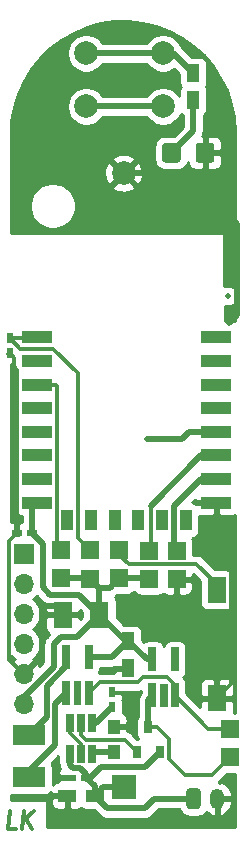
<source format=gbr>
G04 #@! TF.GenerationSoftware,KiCad,Pcbnew,(5.1.9)-1*
G04 #@! TF.CreationDate,2021-03-01T14:13:03+01:00*
G04 #@! TF.ProjectId,button v2_1 - AA [TPL5110],62757474-6f6e-4207-9632-5f31202d2041,rev?*
G04 #@! TF.SameCoordinates,Original*
G04 #@! TF.FileFunction,Copper,L1,Top*
G04 #@! TF.FilePolarity,Positive*
%FSLAX46Y46*%
G04 Gerber Fmt 4.6, Leading zero omitted, Abs format (unit mm)*
G04 Created by KiCad (PCBNEW (5.1.9)-1) date 2021-03-01 14:13:03*
%MOMM*%
%LPD*%
G01*
G04 APERTURE LIST*
G04 #@! TA.AperFunction,NonConductor*
%ADD10C,0.300000*%
G04 #@! TD*
G04 #@! TA.AperFunction,SMDPad,CuDef*
%ADD11R,0.650000X2.000000*%
G04 #@! TD*
G04 #@! TA.AperFunction,SMDPad,CuDef*
%ADD12C,0.100000*%
G04 #@! TD*
G04 #@! TA.AperFunction,SMDPad,CuDef*
%ADD13R,1.650000X2.250000*%
G04 #@! TD*
G04 #@! TA.AperFunction,SMDPad,CuDef*
%ADD14R,1.000000X1.200000*%
G04 #@! TD*
G04 #@! TA.AperFunction,SMDPad,CuDef*
%ADD15R,0.800000X1.000000*%
G04 #@! TD*
G04 #@! TA.AperFunction,SMDPad,CuDef*
%ADD16R,0.650000X1.500000*%
G04 #@! TD*
G04 #@! TA.AperFunction,SMDPad,CuDef*
%ADD17R,1.100000X1.500000*%
G04 #@! TD*
G04 #@! TA.AperFunction,SMDPad,CuDef*
%ADD18R,0.620000X0.900000*%
G04 #@! TD*
G04 #@! TA.AperFunction,SMDPad,CuDef*
%ADD19R,0.900000X0.620000*%
G04 #@! TD*
G04 #@! TA.AperFunction,SMDPad,CuDef*
%ADD20R,2.794000X1.778000*%
G04 #@! TD*
G04 #@! TA.AperFunction,SMDPad,CuDef*
%ADD21R,1.500000X1.100000*%
G04 #@! TD*
G04 #@! TA.AperFunction,SMDPad,CuDef*
%ADD22R,1.500000X1.500000*%
G04 #@! TD*
G04 #@! TA.AperFunction,SMDPad,CuDef*
%ADD23R,2.500000X1.000000*%
G04 #@! TD*
G04 #@! TA.AperFunction,SMDPad,CuDef*
%ADD24R,1.000000X1.800000*%
G04 #@! TD*
G04 #@! TA.AperFunction,ComponentPad*
%ADD25O,1.200000X1.750000*%
G04 #@! TD*
G04 #@! TA.AperFunction,ComponentPad*
%ADD26O,1.700000X1.700000*%
G04 #@! TD*
G04 #@! TA.AperFunction,ComponentPad*
%ADD27R,1.700000X1.700000*%
G04 #@! TD*
G04 #@! TA.AperFunction,SMDPad,CuDef*
%ADD28R,1.600000X2.180000*%
G04 #@! TD*
G04 #@! TA.AperFunction,ComponentPad*
%ADD29C,2.000000*%
G04 #@! TD*
G04 #@! TA.AperFunction,ComponentPad*
%ADD30R,2.000000X2.000000*%
G04 #@! TD*
G04 #@! TA.AperFunction,ViaPad*
%ADD31C,0.500000*%
G04 #@! TD*
G04 #@! TA.AperFunction,ViaPad*
%ADD32C,0.800000*%
G04 #@! TD*
G04 #@! TA.AperFunction,Conductor*
%ADD33C,0.500000*%
G04 #@! TD*
G04 #@! TA.AperFunction,Conductor*
%ADD34C,0.350000*%
G04 #@! TD*
G04 #@! TA.AperFunction,Conductor*
%ADD35C,0.254000*%
G04 #@! TD*
G04 #@! TA.AperFunction,Conductor*
%ADD36C,0.100000*%
G04 #@! TD*
G04 APERTURE END LIST*
D10*
X117918214Y-113048571D02*
X117203928Y-113048571D01*
X117391428Y-111548571D01*
X118418214Y-113048571D02*
X118605714Y-111548571D01*
X119275357Y-113048571D02*
X118739642Y-112191428D01*
X119462857Y-111548571D02*
X118498571Y-112405714D01*
D11*
G04 #@! TO.P,PS1,5*
G04 #@! TO.N,Net-(L1-Pad2)*
X122150000Y-98500000D03*
G04 #@! TO.P,PS1,4*
G04 #@! TO.N,/VCC*
X124050000Y-98500000D03*
G04 #@! TO.P,PS1,3*
G04 #@! TO.N,Net-(PS1-Pad3)*
X124050000Y-101550000D03*
G04 #@! TA.AperFunction,SMDPad,CuDef*
D12*
G04 #@! TO.P,PS1,2*
G04 #@! TO.N,/GND*
G36*
X123425000Y-102550000D02*
G01*
X122775000Y-102550000D01*
X122775000Y-100550000D01*
X123425000Y-100550000D01*
X123425000Y-102550000D01*
G37*
G04 #@! TD.AperFunction*
D11*
G04 #@! TO.P,PS1,1*
G04 #@! TO.N,Net-(L1-Pad1)*
X122150000Y-101550000D03*
G04 #@! TD*
D13*
G04 #@! TO.P,C4,2*
G04 #@! TO.N,/GND*
X121850000Y-94900000D03*
G04 #@! TO.P,C4,1*
G04 #@! TO.N,/VCC*
X124950000Y-94900000D03*
G04 #@! TD*
D14*
G04 #@! TO.P,R8,2*
G04 #@! TO.N,/GND*
X126200000Y-104400000D03*
G04 #@! TO.P,R8,1*
G04 #@! TO.N,Net-(R6-Pad1)*
X126200000Y-106500000D03*
G04 #@! TD*
D15*
G04 #@! TO.P,U3,3*
G04 #@! TO.N,Net-(L1-Pad1)*
X129100000Y-104450000D03*
G04 #@! TO.P,U3,2*
G04 #@! TO.N,Net-(BT1-Pad1)*
X130050000Y-106550000D03*
G04 #@! TO.P,U3,1*
G04 #@! TO.N,Net-(U1-Pad5)*
X128150000Y-106550000D03*
G04 #@! TD*
D16*
G04 #@! TO.P,U1,5*
G04 #@! TO.N,Net-(U1-Pad5)*
X123400000Y-104100000D03*
G04 #@! TO.P,U1,6*
G04 #@! TO.N,/GND*
X122450000Y-104100000D03*
G04 #@! TO.P,U1,4*
G04 #@! TO.N,/GPIO4*
X124350000Y-104100000D03*
G04 #@! TO.P,U1,3*
G04 #@! TO.N,Net-(R6-Pad1)*
X124350000Y-106700000D03*
G04 #@! TO.P,U1,2*
G04 #@! TO.N,/GND*
X123400000Y-106700000D03*
G04 #@! TO.P,U1,1*
G04 #@! TO.N,Net-(BT1-Pad1)*
X122450000Y-106700000D03*
G04 #@! TD*
D17*
G04 #@! TO.P,R6,2*
G04 #@! TO.N,Net-(D1-Pad2)*
X132900000Y-51350000D03*
G04 #@! TO.P,R6,1*
G04 #@! TO.N,Net-(R6-Pad1)*
X132900000Y-49050000D03*
G04 #@! TD*
D18*
G04 #@! TO.P,C7,2*
G04 #@! TO.N,/GND*
X126000000Y-101450000D03*
G04 #@! TO.P,C7,1*
G04 #@! TO.N,/GPIO4*
X126000000Y-102750000D03*
G04 #@! TD*
D19*
G04 #@! TO.P,C6,2*
G04 #@! TO.N,Net-(BT1-Pad1)*
X123850000Y-108700000D03*
G04 #@! TO.P,C6,1*
G04 #@! TO.N,/GND*
X122550000Y-108700000D03*
G04 #@! TD*
D20*
G04 #@! TO.P,L1,1*
G04 #@! TO.N,Net-(L1-Pad1)*
X118960000Y-108658000D03*
G04 #@! TO.P,L1,2*
G04 #@! TO.N,Net-(L1-Pad2)*
X118960000Y-105102000D03*
G04 #@! TD*
G04 #@! TO.P,D1,2*
G04 #@! TO.N,Net-(D1-Pad2)*
G04 #@! TA.AperFunction,SMDPad,CuDef*
G36*
G01*
X131850000Y-55225000D02*
X131850000Y-56375000D01*
G75*
G02*
X131600000Y-56625000I-250000J0D01*
G01*
X130500000Y-56625000D01*
G75*
G02*
X130250000Y-56375000I0J250000D01*
G01*
X130250000Y-55225000D01*
G75*
G02*
X130500000Y-54975000I250000J0D01*
G01*
X131600000Y-54975000D01*
G75*
G02*
X131850000Y-55225000I0J-250000D01*
G01*
G37*
G04 #@! TD.AperFunction*
G04 #@! TO.P,D1,1*
G04 #@! TO.N,/GND*
G04 #@! TA.AperFunction,SMDPad,CuDef*
G36*
G01*
X134700000Y-55225000D02*
X134700000Y-56375000D01*
G75*
G02*
X134450000Y-56625000I-250000J0D01*
G01*
X133350000Y-56625000D01*
G75*
G02*
X133100000Y-56375000I0J250000D01*
G01*
X133100000Y-55225000D01*
G75*
G02*
X133350000Y-54975000I250000J0D01*
G01*
X134450000Y-54975000D01*
G75*
G02*
X134700000Y-55225000I0J-250000D01*
G01*
G37*
G04 #@! TD.AperFunction*
G04 #@! TD*
D11*
G04 #@! TO.P,U2,5*
G04 #@! TO.N,/VCC*
X129450000Y-98700000D03*
G04 #@! TO.P,U2,4*
G04 #@! TO.N,N/C*
X131350000Y-98700000D03*
G04 #@! TO.P,U2,3*
G04 #@! TO.N,Net-(PS1-Pad3)*
X131350000Y-101750000D03*
G04 #@! TA.AperFunction,SMDPad,CuDef*
D12*
G04 #@! TO.P,U2,2*
G04 #@! TO.N,/GND*
G36*
X130725000Y-102750000D02*
G01*
X130075000Y-102750000D01*
X130075000Y-100750000D01*
X130725000Y-100750000D01*
X130725000Y-102750000D01*
G37*
G04 #@! TD.AperFunction*
D11*
G04 #@! TO.P,U2,1*
G04 #@! TO.N,Net-(L1-Pad1)*
X129450000Y-101750000D03*
G04 #@! TD*
D17*
G04 #@! TO.P,C3,2*
G04 #@! TO.N,/GND*
X127400000Y-99450000D03*
G04 #@! TO.P,C3,1*
G04 #@! TO.N,/VCC*
X127400000Y-97150000D03*
G04 #@! TD*
D21*
G04 #@! TO.P,C1,2*
G04 #@! TO.N,Net-(BT1-Pad1)*
X124550000Y-110250000D03*
G04 #@! TO.P,C1,1*
G04 #@! TO.N,/GND*
X122250000Y-110250000D03*
G04 #@! TD*
D22*
G04 #@! TO.P,R3,2*
G04 #@! TO.N,/RST*
X124180000Y-89450000D03*
G04 #@! TO.P,R3,1*
G04 #@! TO.N,/VCC*
X124180000Y-91850000D03*
G04 #@! TD*
G04 #@! TO.P,R1,2*
G04 #@! TO.N,/EN*
X121730000Y-89390000D03*
G04 #@! TO.P,R1,1*
G04 #@! TO.N,/VCC*
X121730000Y-91790000D03*
G04 #@! TD*
G04 #@! TO.P,R7,2*
G04 #@! TO.N,Net-(PS1-Pad3)*
X135990000Y-104590000D03*
G04 #@! TO.P,R7,1*
G04 #@! TO.N,Net-(L1-Pad1)*
X135990000Y-106990000D03*
G04 #@! TD*
G04 #@! TO.P,R5,2*
G04 #@! TO.N,/GPIO15*
X131500000Y-89500000D03*
G04 #@! TO.P,R5,1*
G04 #@! TO.N,/GND*
X131500000Y-91900000D03*
G04 #@! TD*
G04 #@! TO.P,R4,2*
G04 #@! TO.N,/GPIO0*
X126650000Y-89425000D03*
G04 #@! TO.P,R4,1*
G04 #@! TO.N,/VCC*
X126650000Y-91825000D03*
G04 #@! TD*
G04 #@! TO.P,R2,2*
G04 #@! TO.N,/GPIO2*
X129200000Y-89500000D03*
G04 #@! TO.P,R2,1*
G04 #@! TO.N,/VCC*
X129200000Y-91900000D03*
G04 #@! TD*
D18*
G04 #@! TO.P,C2,2*
G04 #@! TO.N,/RST*
X117348000Y-71486000D03*
G04 #@! TO.P,C2,1*
G04 #@! TO.N,/GND*
X117348000Y-72786000D03*
G04 #@! TD*
D23*
G04 #@! TO.P,X1,22*
G04 #@! TO.N,/TX*
X134854000Y-71430000D03*
G04 #@! TO.P,X1,21*
G04 #@! TO.N,/RX*
X134854000Y-73430000D03*
G04 #@! TO.P,X1,20*
G04 #@! TO.N,N/C*
X134854000Y-75430000D03*
G04 #@! TO.P,X1,19*
G04 #@! TO.N,/GPIO4*
X134854000Y-77430000D03*
G04 #@! TO.P,X1,18*
G04 #@! TO.N,/GPIO0*
X134854000Y-79430000D03*
G04 #@! TO.P,X1,17*
G04 #@! TO.N,/GPIO2*
X134854000Y-81430000D03*
G04 #@! TO.P,X1,16*
G04 #@! TO.N,/GPIO15*
X134854000Y-83430000D03*
G04 #@! TO.P,X1,15*
G04 #@! TO.N,/GND*
X134854000Y-85430000D03*
D24*
G04 #@! TO.P,X1,14*
G04 #@! TO.N,N/C*
X132254000Y-86930000D03*
G04 #@! TO.P,X1,13*
X130254000Y-86930000D03*
G04 #@! TO.P,X1,12*
X128254000Y-86930000D03*
G04 #@! TO.P,X1,11*
X126254000Y-86930000D03*
G04 #@! TO.P,X1,10*
X124254000Y-86930000D03*
G04 #@! TO.P,X1,9*
X122254000Y-86930000D03*
D23*
G04 #@! TO.P,X1,8*
G04 #@! TO.N,/VCC*
X119654000Y-85430000D03*
G04 #@! TO.P,X1,7*
G04 #@! TO.N,N/C*
X119654000Y-83430000D03*
G04 #@! TO.P,X1,6*
X119654000Y-81430000D03*
G04 #@! TO.P,X1,5*
X119654000Y-79430000D03*
G04 #@! TO.P,X1,4*
X119654000Y-77430000D03*
G04 #@! TO.P,X1,3*
G04 #@! TO.N,/EN*
X119654000Y-75430000D03*
G04 #@! TO.P,X1,2*
G04 #@! TO.N,N/C*
X119654000Y-73430000D03*
G04 #@! TO.P,X1,1*
G04 #@! TO.N,/RST*
X119654000Y-71430000D03*
G04 #@! TD*
D19*
G04 #@! TO.P,C5,2*
G04 #@! TO.N,/GND*
X117975000Y-88025000D03*
G04 #@! TO.P,C5,1*
G04 #@! TO.N,/VCC*
X119275000Y-88025000D03*
G04 #@! TD*
D25*
G04 #@! TO.P,BT2,2*
G04 #@! TO.N,/GND*
X134930000Y-110490000D03*
G04 #@! TO.P,BT2,1*
G04 #@! TO.N,Net-(BT1-Pad1)*
G04 #@! TA.AperFunction,ComponentPad*
G36*
G01*
X132330000Y-111115001D02*
X132330000Y-109864999D01*
G75*
G02*
X132579999Y-109615000I249999J0D01*
G01*
X133280001Y-109615000D01*
G75*
G02*
X133530000Y-109864999I0J-249999D01*
G01*
X133530000Y-111115001D01*
G75*
G02*
X133280001Y-111365000I-249999J0D01*
G01*
X132579999Y-111365000D01*
G75*
G02*
X132330000Y-111115001I0J249999D01*
G01*
G37*
G04 #@! TD.AperFunction*
G04 #@! TD*
D26*
G04 #@! TO.P,J1,6*
G04 #@! TO.N,/VCC*
X118560000Y-102470000D03*
G04 #@! TO.P,J1,5*
G04 #@! TO.N,/GND*
X118560000Y-99930000D03*
G04 #@! TO.P,J1,4*
G04 #@! TO.N,/RX*
X118560000Y-97390000D03*
G04 #@! TO.P,J1,3*
G04 #@! TO.N,/TX*
X118560000Y-94850000D03*
G04 #@! TO.P,J1,2*
G04 #@! TO.N,/RST*
X118560000Y-92310000D03*
D27*
G04 #@! TO.P,J1,1*
G04 #@! TO.N,N/C*
X118560000Y-89770000D03*
G04 #@! TD*
D28*
G04 #@! TO.P,SW2,1*
G04 #@! TO.N,/GPIO0*
X134890000Y-92800000D03*
G04 #@! TO.P,SW2,2*
G04 #@! TO.N,/GND*
X134890000Y-101980000D03*
G04 #@! TD*
D29*
G04 #@! TO.P,SW1,1*
G04 #@! TO.N,Net-(BT1-Pad1)*
X123850000Y-51880000D03*
G04 #@! TO.P,SW1,2*
G04 #@! TO.N,Net-(R6-Pad1)*
X123850000Y-47380000D03*
G04 #@! TO.P,SW1,1*
G04 #@! TO.N,Net-(BT1-Pad1)*
X130350000Y-51880000D03*
G04 #@! TO.P,SW1,2*
G04 #@! TO.N,Net-(R6-Pad1)*
X130350000Y-47380000D03*
G04 #@! TD*
D30*
G04 #@! TO.P,BT1,1*
G04 #@! TO.N,Net-(BT1-Pad1)*
X127000000Y-109530000D03*
D29*
G04 #@! TO.P,BT1,2*
G04 #@! TO.N,/GND*
X127000000Y-57540000D03*
G04 #@! TD*
D31*
G04 #@! TO.N,*
X135875000Y-67925000D03*
G04 #@! TO.N,/VCC*
X118750000Y-85350000D03*
X120400000Y-85350000D03*
G04 #@! TO.N,/GND*
X118150000Y-88000000D03*
X131400000Y-92000000D03*
X134100000Y-55900000D03*
X135200000Y-85400000D03*
X134200000Y-85400000D03*
X117300000Y-72800000D03*
D32*
X135000000Y-102000000D03*
X121900000Y-94900000D03*
D31*
X126000000Y-101500000D03*
X127500000Y-99500000D03*
X130500000Y-101800000D03*
X123100000Y-101600000D03*
X122600000Y-108700000D03*
D32*
X122200000Y-110200000D03*
D31*
X121400000Y-107500000D03*
X123400000Y-106700000D03*
X122450000Y-104100000D03*
X117700000Y-73900000D03*
X128200000Y-101800000D03*
X133050000Y-85325000D03*
X120075000Y-94200000D03*
X135925000Y-70200000D03*
G04 #@! TO.N,/RST*
X119900000Y-71400000D03*
G04 #@! TO.N,/RX*
X134900000Y-73500000D03*
G04 #@! TO.N,/TX*
X134900000Y-71450000D03*
G04 #@! TO.N,/GPIO0*
X126650000Y-89425000D03*
X128975000Y-80025000D03*
G04 #@! TO.N,/GPIO4*
X126000000Y-102750000D03*
X134850000Y-77450000D03*
G04 #@! TO.N,Net-(L1-Pad1)*
X129100000Y-104450000D03*
D32*
X118960000Y-108658000D03*
G04 #@! TO.N,Net-(R6-Pad1)*
X126200000Y-106500000D03*
D31*
X133000000Y-49100000D03*
G04 #@! TD*
D33*
G04 #@! TO.N,/VCC*
X128950000Y-98700000D02*
X127400000Y-97150000D01*
X129450000Y-98700000D02*
X128950000Y-98700000D01*
X126050000Y-98500000D02*
X127400000Y-97150000D01*
X124050000Y-98500000D02*
X126050000Y-98500000D01*
X127200000Y-97150000D02*
X124950000Y-94900000D01*
X127400000Y-97150000D02*
X127200000Y-97150000D01*
X118560000Y-101854002D02*
X121100000Y-99314002D01*
X118560000Y-102470000D02*
X118560000Y-101854002D01*
X121100000Y-97414998D02*
X121714998Y-96800000D01*
X121100000Y-99314002D02*
X121100000Y-97414998D01*
X123050000Y-96800000D02*
X124950000Y-94900000D01*
X121714998Y-96800000D02*
X123050000Y-96800000D01*
X124950000Y-92620000D02*
X124180000Y-91850000D01*
X124950000Y-94900000D02*
X124950000Y-92620000D01*
X124120000Y-91790000D02*
X124180000Y-91850000D01*
X121730000Y-91790000D02*
X124120000Y-91790000D01*
X129125000Y-91825000D02*
X129200000Y-91900000D01*
X126650000Y-91825000D02*
X129125000Y-91825000D01*
X125855000Y-92620000D02*
X126650000Y-91825000D01*
X124950000Y-92620000D02*
X125855000Y-92620000D01*
X124950000Y-94900000D02*
X123250000Y-93200000D01*
X123250000Y-93200000D02*
X120750000Y-93200000D01*
X120750000Y-93200000D02*
X120150000Y-92600000D01*
X120150000Y-88900000D02*
X119275000Y-88025000D01*
X120150000Y-92600000D02*
X120150000Y-88900000D01*
X119275000Y-85809000D02*
X119654000Y-85430000D01*
X119275000Y-88025000D02*
X119275000Y-85809000D01*
D34*
G04 #@! TO.N,/GND*
X122450000Y-104900002D02*
X122450000Y-104100000D01*
X123400000Y-105850002D02*
X122450000Y-104900002D01*
X123400000Y-106700000D02*
X123400000Y-106700000D01*
X123400000Y-106700000D02*
X123400000Y-105850002D01*
X122450000Y-104100000D02*
X122450000Y-104100000D01*
X117975000Y-74175000D02*
X117700000Y-73900000D01*
X117975000Y-88025000D02*
X117975000Y-74175000D01*
X117700000Y-73138000D02*
X117348000Y-72786000D01*
X117700000Y-73900000D02*
X117700000Y-73138000D01*
X117334999Y-98704999D02*
X118560000Y-99930000D01*
X117334999Y-88665001D02*
X117334999Y-98704999D01*
X117975000Y-88025000D02*
X117334999Y-88665001D01*
X136065001Y-100804999D02*
X134890000Y-101980000D01*
X136065001Y-87491001D02*
X136065001Y-100804999D01*
X134854000Y-86280000D02*
X136065001Y-87491001D01*
X134854000Y-85430000D02*
X134854000Y-86280000D01*
D33*
X121200000Y-94200000D02*
X121900000Y-94900000D01*
X120075000Y-94200000D02*
X121200000Y-94200000D01*
X120075000Y-98415000D02*
X118560000Y-99930000D01*
X120075000Y-94200000D02*
X120075000Y-98415000D01*
X127000000Y-57540000D02*
X132290000Y-57540000D01*
X136575001Y-61825001D02*
X136575001Y-69549999D01*
X132290000Y-57540000D02*
X136575001Y-61825001D01*
X136575001Y-69549999D02*
X135925000Y-70200000D01*
X135925000Y-70200000D02*
X135925000Y-70200000D01*
D34*
G04 #@! TO.N,/RST*
X123129001Y-74479999D02*
X121049002Y-72400000D01*
X123129001Y-88399001D02*
X123129001Y-74479999D01*
X124180000Y-89450000D02*
X123129001Y-88399001D01*
X118262000Y-72400000D02*
X117348000Y-71486000D01*
X121049002Y-72400000D02*
X118262000Y-72400000D01*
X119598000Y-71486000D02*
X119654000Y-71430000D01*
X117348000Y-71486000D02*
X119598000Y-71486000D01*
G04 #@! TO.N,/EN*
X121254000Y-75430000D02*
X119654000Y-75430000D01*
X121378999Y-75554999D02*
X121254000Y-75430000D01*
X121378999Y-89038999D02*
X121378999Y-75554999D01*
X121730000Y-89390000D02*
X121378999Y-89038999D01*
D33*
G04 #@! TO.N,/GPIO2*
X133543998Y-81430000D02*
X134854000Y-81430000D01*
X129303999Y-85669999D02*
X133543998Y-81430000D01*
D34*
X129303999Y-89396001D02*
X129200000Y-89500000D01*
X129303999Y-85669999D02*
X129303999Y-89396001D01*
D33*
G04 #@! TO.N,/GPIO0*
X133543998Y-79430000D02*
X134854000Y-79430000D01*
D34*
X134890000Y-92800000D02*
X134890000Y-92340000D01*
X133175001Y-90625001D02*
X127425001Y-90625001D01*
X134890000Y-92340000D02*
X133175001Y-90625001D01*
X126650000Y-89850000D02*
X126650000Y-89425000D01*
X127425001Y-90625001D02*
X126650000Y-89850000D01*
X126650000Y-89425000D02*
X126650000Y-89425000D01*
D33*
X128975000Y-80025000D02*
X131975000Y-80025000D01*
X132570000Y-79430000D02*
X134854000Y-79430000D01*
X131975000Y-80025000D02*
X132570000Y-79430000D01*
G04 #@! TO.N,Net-(BT1-Pad1)*
X125270000Y-109530000D02*
X124550000Y-110250000D01*
X127000000Y-109530000D02*
X125270000Y-109530000D01*
X132930000Y-110490000D02*
X129610000Y-110490000D01*
X129610000Y-110490000D02*
X128800000Y-111300000D01*
X125600000Y-111300000D02*
X124550000Y-110250000D01*
X128800000Y-111300000D02*
X125600000Y-111300000D01*
X128800000Y-107800000D02*
X130050000Y-106550000D01*
X124550000Y-109400000D02*
X123850000Y-108700000D01*
X124550000Y-110250000D02*
X124550000Y-109400000D01*
X123850000Y-108700000D02*
X124200000Y-108700000D01*
X125100000Y-107800000D02*
X126100000Y-107800000D01*
X124200000Y-108700000D02*
X125100000Y-107800000D01*
X126100000Y-107800000D02*
X128800000Y-107800000D01*
X125600000Y-107800000D02*
X126100000Y-107800000D01*
X122450000Y-107635002D02*
X122450000Y-106700000D01*
X122714999Y-107900001D02*
X122450000Y-107635002D01*
X123320003Y-107900001D02*
X122714999Y-107900001D01*
X123850000Y-108429998D02*
X123320003Y-107900001D01*
X123850000Y-108700000D02*
X123850000Y-108429998D01*
X123850000Y-51880000D02*
X130350000Y-51880000D01*
G04 #@! TO.N,Net-(L1-Pad2)*
X118960000Y-105102000D02*
X120499989Y-103562011D01*
X120499989Y-103562011D02*
X120499989Y-100903978D01*
X122150000Y-99253967D02*
X122150000Y-98500000D01*
X120499989Y-100903978D02*
X122150000Y-99253967D01*
G04 #@! TO.N,/GPIO15*
X133543998Y-83430000D02*
X134854000Y-83430000D01*
X131303999Y-85669999D02*
X133543998Y-83430000D01*
X131303999Y-89303999D02*
X131303999Y-85669999D01*
X131500000Y-89500000D02*
X131303999Y-89303999D01*
D34*
G04 #@! TO.N,Net-(PS1-Pad3)*
X134190000Y-104590000D02*
X131350000Y-101750000D01*
X135990000Y-104590000D02*
X134190000Y-104590000D01*
X131350000Y-100844654D02*
X130705346Y-100200000D01*
X131350000Y-101750000D02*
X131350000Y-100844654D01*
X124975001Y-100624999D02*
X124050000Y-101550000D01*
X128200003Y-100624999D02*
X124975001Y-100624999D01*
X128625002Y-100200000D02*
X128200003Y-100624999D01*
X130705346Y-100200000D02*
X128625002Y-100200000D01*
D33*
G04 #@! TO.N,/GPIO4*
X124650000Y-104100000D02*
X126000000Y-102750000D01*
X124350000Y-104100000D02*
X124650000Y-104100000D01*
X126000000Y-102750000D02*
X126000000Y-102750000D01*
G04 #@! TO.N,Net-(D1-Pad2)*
X132900000Y-53950000D02*
X132900000Y-51350000D01*
X131050000Y-55800000D02*
X132900000Y-53950000D01*
G04 #@! TO.N,Net-(L1-Pad1)*
X129100000Y-102100000D02*
X129450000Y-101750000D01*
X129100000Y-104450000D02*
X129100000Y-102100000D01*
X118960000Y-108658000D02*
X118960000Y-108658000D01*
X118960000Y-108140000D02*
X121200000Y-105900000D01*
X121200000Y-105900000D02*
X121200000Y-102500000D01*
X121200000Y-102500000D02*
X122150000Y-101550000D01*
D34*
X129850000Y-104450000D02*
X129100000Y-104450000D01*
X130825001Y-105425001D02*
X129850000Y-104450000D01*
X130825001Y-107118603D02*
X130825001Y-105425001D01*
X132181399Y-108475001D02*
X130825001Y-107118603D01*
X134504999Y-108475001D02*
X132181399Y-108475001D01*
X135990000Y-106990000D02*
X134504999Y-108475001D01*
X129100000Y-104450000D02*
X129100000Y-104450000D01*
D33*
X118960000Y-108658000D02*
X118960000Y-108140000D01*
G04 #@! TO.N,Net-(R6-Pad1)*
X124550000Y-106500000D02*
X124350000Y-106700000D01*
X126200000Y-106500000D02*
X126200000Y-106500000D01*
X126200000Y-106500000D02*
X124550000Y-106500000D01*
X123850000Y-47380000D02*
X130350000Y-47380000D01*
X131230000Y-47380000D02*
X132900000Y-49050000D01*
X130350000Y-47380000D02*
X131230000Y-47380000D01*
D34*
G04 #@! TO.N,Net-(U1-Pad5)*
X128150000Y-106550000D02*
X127124999Y-105524999D01*
X127124999Y-105524999D02*
X123852830Y-105524999D01*
X123852830Y-105524999D02*
X123400000Y-105072170D01*
X123400000Y-105072170D02*
X123400000Y-104100000D01*
G04 #@! TD*
D35*
G04 #@! TO.N,/GND*
X136461901Y-112852600D02*
X120502143Y-112852600D01*
X120502143Y-110800000D01*
X120861928Y-110800000D01*
X120874188Y-110924482D01*
X120910498Y-111044180D01*
X120969463Y-111154494D01*
X121048815Y-111251185D01*
X121145506Y-111330537D01*
X121255820Y-111389502D01*
X121375518Y-111425812D01*
X121500000Y-111438072D01*
X121964250Y-111435000D01*
X122123000Y-111276250D01*
X122123000Y-110377000D01*
X121023750Y-110377000D01*
X120865000Y-110535750D01*
X120861928Y-110800000D01*
X120502143Y-110800000D01*
X120502143Y-110580000D01*
X117461747Y-110580000D01*
X117461726Y-110175098D01*
X117563000Y-110185072D01*
X120357000Y-110185072D01*
X120481482Y-110172812D01*
X120601180Y-110136502D01*
X120711494Y-110077537D01*
X120808185Y-109998185D01*
X120864595Y-109929448D01*
X120865000Y-109964250D01*
X121023750Y-110123000D01*
X122123000Y-110123000D01*
X122123000Y-110103000D01*
X122377000Y-110103000D01*
X122377000Y-110123000D01*
X122397000Y-110123000D01*
X122397000Y-110377000D01*
X122377000Y-110377000D01*
X122377000Y-111276250D01*
X122535750Y-111435000D01*
X123000000Y-111438072D01*
X123124482Y-111425812D01*
X123244180Y-111389502D01*
X123354494Y-111330537D01*
X123400000Y-111293191D01*
X123445506Y-111330537D01*
X123555820Y-111389502D01*
X123675518Y-111425812D01*
X123800000Y-111438072D01*
X124486493Y-111438072D01*
X124943470Y-111895049D01*
X124971183Y-111928817D01*
X125004951Y-111956530D01*
X125004953Y-111956532D01*
X125007305Y-111958462D01*
X125105941Y-112039411D01*
X125259687Y-112121589D01*
X125426510Y-112172195D01*
X125556523Y-112185000D01*
X125556533Y-112185000D01*
X125599999Y-112189281D01*
X125643465Y-112185000D01*
X128756531Y-112185000D01*
X128800000Y-112189281D01*
X128843469Y-112185000D01*
X128843477Y-112185000D01*
X128973490Y-112172195D01*
X129140313Y-112121589D01*
X129294059Y-112039411D01*
X129428817Y-111928817D01*
X129456534Y-111895044D01*
X129976579Y-111375000D01*
X131735306Y-111375000D01*
X131759528Y-111454851D01*
X131841595Y-111608387D01*
X131952038Y-111742962D01*
X132086613Y-111853405D01*
X132240149Y-111935472D01*
X132406745Y-111986008D01*
X132579999Y-112003072D01*
X133280001Y-112003072D01*
X133453255Y-111986008D01*
X133619851Y-111935472D01*
X133773387Y-111853405D01*
X133907962Y-111742962D01*
X134018405Y-111608387D01*
X134020967Y-111603594D01*
X134146526Y-111728078D01*
X134349467Y-111862421D01*
X134574718Y-111954591D01*
X134612391Y-111958462D01*
X134803000Y-111833731D01*
X134803000Y-110617000D01*
X135057000Y-110617000D01*
X135057000Y-111833731D01*
X135247609Y-111958462D01*
X135285282Y-111954591D01*
X135510533Y-111862421D01*
X135713474Y-111728078D01*
X135886307Y-111556725D01*
X136022390Y-111354946D01*
X136116493Y-111130496D01*
X136165000Y-110892000D01*
X136165000Y-110617000D01*
X135057000Y-110617000D01*
X134803000Y-110617000D01*
X134783000Y-110617000D01*
X134783000Y-110363000D01*
X134803000Y-110363000D01*
X134803000Y-110343000D01*
X135057000Y-110343000D01*
X135057000Y-110363000D01*
X136165000Y-110363000D01*
X136165000Y-110088000D01*
X136116493Y-109849504D01*
X136022390Y-109625054D01*
X135886307Y-109423275D01*
X135713474Y-109251922D01*
X135510533Y-109117579D01*
X135285282Y-109025409D01*
X135247609Y-109021538D01*
X135057002Y-109146268D01*
X135057002Y-109069835D01*
X135080527Y-109050529D01*
X135105898Y-109019614D01*
X135747440Y-108378072D01*
X136461901Y-108378072D01*
X136461901Y-112852600D01*
G04 #@! TA.AperFunction,Conductor*
D36*
G36*
X136461901Y-112852600D02*
G01*
X120502143Y-112852600D01*
X120502143Y-110800000D01*
X120861928Y-110800000D01*
X120874188Y-110924482D01*
X120910498Y-111044180D01*
X120969463Y-111154494D01*
X121048815Y-111251185D01*
X121145506Y-111330537D01*
X121255820Y-111389502D01*
X121375518Y-111425812D01*
X121500000Y-111438072D01*
X121964250Y-111435000D01*
X122123000Y-111276250D01*
X122123000Y-110377000D01*
X121023750Y-110377000D01*
X120865000Y-110535750D01*
X120861928Y-110800000D01*
X120502143Y-110800000D01*
X120502143Y-110580000D01*
X117461747Y-110580000D01*
X117461726Y-110175098D01*
X117563000Y-110185072D01*
X120357000Y-110185072D01*
X120481482Y-110172812D01*
X120601180Y-110136502D01*
X120711494Y-110077537D01*
X120808185Y-109998185D01*
X120864595Y-109929448D01*
X120865000Y-109964250D01*
X121023750Y-110123000D01*
X122123000Y-110123000D01*
X122123000Y-110103000D01*
X122377000Y-110103000D01*
X122377000Y-110123000D01*
X122397000Y-110123000D01*
X122397000Y-110377000D01*
X122377000Y-110377000D01*
X122377000Y-111276250D01*
X122535750Y-111435000D01*
X123000000Y-111438072D01*
X123124482Y-111425812D01*
X123244180Y-111389502D01*
X123354494Y-111330537D01*
X123400000Y-111293191D01*
X123445506Y-111330537D01*
X123555820Y-111389502D01*
X123675518Y-111425812D01*
X123800000Y-111438072D01*
X124486493Y-111438072D01*
X124943470Y-111895049D01*
X124971183Y-111928817D01*
X125004951Y-111956530D01*
X125004953Y-111956532D01*
X125007305Y-111958462D01*
X125105941Y-112039411D01*
X125259687Y-112121589D01*
X125426510Y-112172195D01*
X125556523Y-112185000D01*
X125556533Y-112185000D01*
X125599999Y-112189281D01*
X125643465Y-112185000D01*
X128756531Y-112185000D01*
X128800000Y-112189281D01*
X128843469Y-112185000D01*
X128843477Y-112185000D01*
X128973490Y-112172195D01*
X129140313Y-112121589D01*
X129294059Y-112039411D01*
X129428817Y-111928817D01*
X129456534Y-111895044D01*
X129976579Y-111375000D01*
X131735306Y-111375000D01*
X131759528Y-111454851D01*
X131841595Y-111608387D01*
X131952038Y-111742962D01*
X132086613Y-111853405D01*
X132240149Y-111935472D01*
X132406745Y-111986008D01*
X132579999Y-112003072D01*
X133280001Y-112003072D01*
X133453255Y-111986008D01*
X133619851Y-111935472D01*
X133773387Y-111853405D01*
X133907962Y-111742962D01*
X134018405Y-111608387D01*
X134020967Y-111603594D01*
X134146526Y-111728078D01*
X134349467Y-111862421D01*
X134574718Y-111954591D01*
X134612391Y-111958462D01*
X134803000Y-111833731D01*
X134803000Y-110617000D01*
X135057000Y-110617000D01*
X135057000Y-111833731D01*
X135247609Y-111958462D01*
X135285282Y-111954591D01*
X135510533Y-111862421D01*
X135713474Y-111728078D01*
X135886307Y-111556725D01*
X136022390Y-111354946D01*
X136116493Y-111130496D01*
X136165000Y-110892000D01*
X136165000Y-110617000D01*
X135057000Y-110617000D01*
X134803000Y-110617000D01*
X134783000Y-110617000D01*
X134783000Y-110363000D01*
X134803000Y-110363000D01*
X134803000Y-110343000D01*
X135057000Y-110343000D01*
X135057000Y-110363000D01*
X136165000Y-110363000D01*
X136165000Y-110088000D01*
X136116493Y-109849504D01*
X136022390Y-109625054D01*
X135886307Y-109423275D01*
X135713474Y-109251922D01*
X135510533Y-109117579D01*
X135285282Y-109025409D01*
X135247609Y-109021538D01*
X135057002Y-109146268D01*
X135057002Y-109069835D01*
X135080527Y-109050529D01*
X135105898Y-109019614D01*
X135747440Y-108378072D01*
X136461901Y-108378072D01*
X136461901Y-112852600D01*
G37*
G04 #@! TD.AperFunction*
D35*
X121486928Y-107450000D02*
X121499188Y-107574482D01*
X121535498Y-107694180D01*
X121573560Y-107765387D01*
X121575571Y-107785805D01*
X121577805Y-107808492D01*
X121591629Y-107854063D01*
X121625834Y-107966818D01*
X121569463Y-108035506D01*
X121510498Y-108145820D01*
X121474188Y-108265518D01*
X121461928Y-108390000D01*
X121465000Y-108414250D01*
X121623750Y-108573000D01*
X122140017Y-108573000D01*
X122220940Y-108639412D01*
X122374686Y-108721590D01*
X122541509Y-108772196D01*
X122671522Y-108785001D01*
X122671532Y-108785001D01*
X122697000Y-108787509D01*
X122697000Y-108827000D01*
X122677000Y-108827000D01*
X122677000Y-108847000D01*
X122423000Y-108847000D01*
X122423000Y-108827000D01*
X121623750Y-108827000D01*
X121465000Y-108985750D01*
X121461928Y-109010000D01*
X121467359Y-109065143D01*
X121375518Y-109074188D01*
X121255820Y-109110498D01*
X121145506Y-109169463D01*
X121048815Y-109248815D01*
X120995072Y-109314301D01*
X120995072Y-107769000D01*
X120982812Y-107644518D01*
X120946502Y-107524820D01*
X120904792Y-107446787D01*
X121486928Y-106864651D01*
X121486928Y-107450000D01*
G04 #@! TA.AperFunction,Conductor*
D36*
G36*
X121486928Y-107450000D02*
G01*
X121499188Y-107574482D01*
X121535498Y-107694180D01*
X121573560Y-107765387D01*
X121575571Y-107785805D01*
X121577805Y-107808492D01*
X121591629Y-107854063D01*
X121625834Y-107966818D01*
X121569463Y-108035506D01*
X121510498Y-108145820D01*
X121474188Y-108265518D01*
X121461928Y-108390000D01*
X121465000Y-108414250D01*
X121623750Y-108573000D01*
X122140017Y-108573000D01*
X122220940Y-108639412D01*
X122374686Y-108721590D01*
X122541509Y-108772196D01*
X122671522Y-108785001D01*
X122671532Y-108785001D01*
X122697000Y-108787509D01*
X122697000Y-108827000D01*
X122677000Y-108827000D01*
X122677000Y-108847000D01*
X122423000Y-108847000D01*
X122423000Y-108827000D01*
X121623750Y-108827000D01*
X121465000Y-108985750D01*
X121461928Y-109010000D01*
X121467359Y-109065143D01*
X121375518Y-109074188D01*
X121255820Y-109110498D01*
X121145506Y-109169463D01*
X121048815Y-109248815D01*
X120995072Y-109314301D01*
X120995072Y-107769000D01*
X120982812Y-107644518D01*
X120946502Y-107524820D01*
X120904792Y-107446787D01*
X121486928Y-106864651D01*
X121486928Y-107450000D01*
G37*
G04 #@! TD.AperFunction*
D35*
X128486928Y-101458262D02*
X128471184Y-101471183D01*
X128443471Y-101504951D01*
X128443468Y-101504954D01*
X128360590Y-101605941D01*
X128278412Y-101759687D01*
X128227805Y-101926510D01*
X128210719Y-102100000D01*
X128215001Y-102143479D01*
X128215000Y-103540018D01*
X128169463Y-103595506D01*
X128110498Y-103705820D01*
X128074188Y-103825518D01*
X128061928Y-103950000D01*
X128061928Y-104950000D01*
X128074188Y-105074482D01*
X128110498Y-105194180D01*
X128169463Y-105304494D01*
X128248815Y-105401185D01*
X128261905Y-105411928D01*
X128157440Y-105411928D01*
X127725898Y-104980386D01*
X127700527Y-104949471D01*
X127577188Y-104848250D01*
X127436472Y-104773036D01*
X127335554Y-104742423D01*
X127335000Y-104685750D01*
X127176250Y-104527000D01*
X126327000Y-104527000D01*
X126327000Y-104547000D01*
X126073000Y-104547000D01*
X126073000Y-104527000D01*
X126053000Y-104527000D01*
X126053000Y-104273000D01*
X126073000Y-104273000D01*
X126073000Y-104253000D01*
X126327000Y-104253000D01*
X126327000Y-104273000D01*
X127176250Y-104273000D01*
X127335000Y-104114250D01*
X127338072Y-103800000D01*
X127325812Y-103675518D01*
X127289502Y-103555820D01*
X127230537Y-103445506D01*
X127151185Y-103348815D01*
X127054494Y-103269463D01*
X126946895Y-103211949D01*
X126948072Y-103200000D01*
X126948072Y-102300000D01*
X126935812Y-102175518D01*
X126912904Y-102100000D01*
X126935812Y-102024482D01*
X126948072Y-101900000D01*
X126945000Y-101735750D01*
X126786250Y-101577000D01*
X126127000Y-101577000D01*
X126127000Y-101597000D01*
X125873000Y-101597000D01*
X125873000Y-101577000D01*
X125853000Y-101577000D01*
X125853000Y-101434999D01*
X128160215Y-101434999D01*
X128200003Y-101438918D01*
X128239791Y-101434999D01*
X128239794Y-101434999D01*
X128358791Y-101423279D01*
X128486928Y-101384409D01*
X128486928Y-101458262D01*
G04 #@! TA.AperFunction,Conductor*
D36*
G36*
X128486928Y-101458262D02*
G01*
X128471184Y-101471183D01*
X128443471Y-101504951D01*
X128443468Y-101504954D01*
X128360590Y-101605941D01*
X128278412Y-101759687D01*
X128227805Y-101926510D01*
X128210719Y-102100000D01*
X128215001Y-102143479D01*
X128215000Y-103540018D01*
X128169463Y-103595506D01*
X128110498Y-103705820D01*
X128074188Y-103825518D01*
X128061928Y-103950000D01*
X128061928Y-104950000D01*
X128074188Y-105074482D01*
X128110498Y-105194180D01*
X128169463Y-105304494D01*
X128248815Y-105401185D01*
X128261905Y-105411928D01*
X128157440Y-105411928D01*
X127725898Y-104980386D01*
X127700527Y-104949471D01*
X127577188Y-104848250D01*
X127436472Y-104773036D01*
X127335554Y-104742423D01*
X127335000Y-104685750D01*
X127176250Y-104527000D01*
X126327000Y-104527000D01*
X126327000Y-104547000D01*
X126073000Y-104547000D01*
X126073000Y-104527000D01*
X126053000Y-104527000D01*
X126053000Y-104273000D01*
X126073000Y-104273000D01*
X126073000Y-104253000D01*
X126327000Y-104253000D01*
X126327000Y-104273000D01*
X127176250Y-104273000D01*
X127335000Y-104114250D01*
X127338072Y-103800000D01*
X127325812Y-103675518D01*
X127289502Y-103555820D01*
X127230537Y-103445506D01*
X127151185Y-103348815D01*
X127054494Y-103269463D01*
X126946895Y-103211949D01*
X126948072Y-103200000D01*
X126948072Y-102300000D01*
X126935812Y-102175518D01*
X126912904Y-102100000D01*
X126935812Y-102024482D01*
X126948072Y-101900000D01*
X126945000Y-101735750D01*
X126786250Y-101577000D01*
X126127000Y-101577000D01*
X126127000Y-101597000D01*
X125873000Y-101597000D01*
X125873000Y-101577000D01*
X125853000Y-101577000D01*
X125853000Y-101434999D01*
X128160215Y-101434999D01*
X128200003Y-101438918D01*
X128239791Y-101434999D01*
X128239794Y-101434999D01*
X128358791Y-101423279D01*
X128486928Y-101384409D01*
X128486928Y-101458262D01*
G37*
G04 #@! TD.AperFunction*
D35*
X122436928Y-104247000D02*
X122323000Y-104247000D01*
X122323000Y-104227000D01*
X122303000Y-104227000D01*
X122303000Y-103973000D01*
X122323000Y-103973000D01*
X122323000Y-103953000D01*
X122436928Y-103953000D01*
X122436928Y-104247000D01*
G04 #@! TA.AperFunction,Conductor*
D36*
G36*
X122436928Y-104247000D02*
G01*
X122323000Y-104247000D01*
X122323000Y-104227000D01*
X122303000Y-104227000D01*
X122303000Y-103973000D01*
X122323000Y-103973000D01*
X122323000Y-103953000D01*
X122436928Y-103953000D01*
X122436928Y-104247000D01*
G37*
G04 #@! TD.AperFunction*
D35*
X133127750Y-85303000D02*
X134727000Y-85303000D01*
X134727000Y-85283000D01*
X134981000Y-85283000D01*
X134981000Y-85303000D01*
X135001000Y-85303000D01*
X135001000Y-85557000D01*
X134981000Y-85557000D01*
X134981000Y-86406250D01*
X135139750Y-86565000D01*
X136104000Y-86568072D01*
X136228482Y-86555812D01*
X136348180Y-86519502D01*
X136458494Y-86460537D01*
X136461901Y-86457741D01*
X136461901Y-103201928D01*
X136313553Y-103201928D01*
X136315812Y-103194482D01*
X136328072Y-103070000D01*
X136325000Y-102265750D01*
X136166250Y-102107000D01*
X135017000Y-102107000D01*
X135017000Y-102127000D01*
X134763000Y-102127000D01*
X134763000Y-102107000D01*
X133613750Y-102107000D01*
X133455000Y-102265750D01*
X133453312Y-102707799D01*
X132313072Y-101567560D01*
X132313072Y-100890000D01*
X133451928Y-100890000D01*
X133455000Y-101694250D01*
X133613750Y-101853000D01*
X134763000Y-101853000D01*
X134763000Y-100413750D01*
X135017000Y-100413750D01*
X135017000Y-101853000D01*
X136166250Y-101853000D01*
X136325000Y-101694250D01*
X136328072Y-100890000D01*
X136315812Y-100765518D01*
X136279502Y-100645820D01*
X136220537Y-100535506D01*
X136141185Y-100438815D01*
X136044494Y-100359463D01*
X135934180Y-100300498D01*
X135814482Y-100264188D01*
X135690000Y-100251928D01*
X135175750Y-100255000D01*
X135017000Y-100413750D01*
X134763000Y-100413750D01*
X134604250Y-100255000D01*
X134090000Y-100251928D01*
X133965518Y-100264188D01*
X133845820Y-100300498D01*
X133735506Y-100359463D01*
X133638815Y-100438815D01*
X133559463Y-100535506D01*
X133500498Y-100645820D01*
X133464188Y-100765518D01*
X133451928Y-100890000D01*
X132313072Y-100890000D01*
X132313072Y-100750000D01*
X132300812Y-100625518D01*
X132264502Y-100505820D01*
X132205537Y-100395506D01*
X132126185Y-100298815D01*
X132036241Y-100225000D01*
X132126185Y-100151185D01*
X132205537Y-100054494D01*
X132264502Y-99944180D01*
X132300812Y-99824482D01*
X132313072Y-99700000D01*
X132313072Y-97700000D01*
X132300812Y-97575518D01*
X132264502Y-97455820D01*
X132205537Y-97345506D01*
X132126185Y-97248815D01*
X132029494Y-97169463D01*
X131919180Y-97110498D01*
X131799482Y-97074188D01*
X131675000Y-97061928D01*
X131025000Y-97061928D01*
X130900518Y-97074188D01*
X130780820Y-97110498D01*
X130670506Y-97169463D01*
X130573815Y-97248815D01*
X130494463Y-97345506D01*
X130435498Y-97455820D01*
X130400000Y-97572841D01*
X130364502Y-97455820D01*
X130305537Y-97345506D01*
X130226185Y-97248815D01*
X130129494Y-97169463D01*
X130019180Y-97110498D01*
X129899482Y-97074188D01*
X129775000Y-97061928D01*
X129125000Y-97061928D01*
X129000518Y-97074188D01*
X128880820Y-97110498D01*
X128770506Y-97169463D01*
X128715875Y-97214297D01*
X128588072Y-97086494D01*
X128588072Y-96400000D01*
X128575812Y-96275518D01*
X128539502Y-96155820D01*
X128480537Y-96045506D01*
X128401185Y-95948815D01*
X128304494Y-95869463D01*
X128194180Y-95810498D01*
X128074482Y-95774188D01*
X127950000Y-95761928D01*
X127063507Y-95761928D01*
X126413072Y-95111494D01*
X126413072Y-93775000D01*
X126400812Y-93650518D01*
X126364502Y-93530820D01*
X126305537Y-93420506D01*
X126283956Y-93394209D01*
X126349059Y-93359411D01*
X126483817Y-93248817D01*
X126511534Y-93215044D01*
X126513506Y-93213072D01*
X127400000Y-93213072D01*
X127524482Y-93200812D01*
X127644180Y-93164502D01*
X127754494Y-93105537D01*
X127851185Y-93026185D01*
X127899554Y-92967247D01*
X127919463Y-93004494D01*
X127998815Y-93101185D01*
X128095506Y-93180537D01*
X128205820Y-93239502D01*
X128325518Y-93275812D01*
X128450000Y-93288072D01*
X129950000Y-93288072D01*
X130074482Y-93275812D01*
X130194180Y-93239502D01*
X130304494Y-93180537D01*
X130350000Y-93143191D01*
X130395506Y-93180537D01*
X130505820Y-93239502D01*
X130625518Y-93275812D01*
X130750000Y-93288072D01*
X131214250Y-93285000D01*
X131373000Y-93126250D01*
X131373000Y-92027000D01*
X131627000Y-92027000D01*
X131627000Y-93126250D01*
X131785750Y-93285000D01*
X132250000Y-93288072D01*
X132374482Y-93275812D01*
X132494180Y-93239502D01*
X132604494Y-93180537D01*
X132701185Y-93101185D01*
X132780537Y-93004494D01*
X132839502Y-92894180D01*
X132875812Y-92774482D01*
X132888072Y-92650000D01*
X132885000Y-92185750D01*
X132726250Y-92027000D01*
X131627000Y-92027000D01*
X131373000Y-92027000D01*
X131353000Y-92027000D01*
X131353000Y-91773000D01*
X131373000Y-91773000D01*
X131373000Y-91753000D01*
X131627000Y-91753000D01*
X131627000Y-91773000D01*
X132726250Y-91773000D01*
X132885000Y-91614250D01*
X132885879Y-91481391D01*
X133451928Y-92047440D01*
X133451928Y-93890000D01*
X133464188Y-94014482D01*
X133500498Y-94134180D01*
X133559463Y-94244494D01*
X133638815Y-94341185D01*
X133735506Y-94420537D01*
X133845820Y-94479502D01*
X133965518Y-94515812D01*
X134090000Y-94528072D01*
X135690000Y-94528072D01*
X135814482Y-94515812D01*
X135934180Y-94479502D01*
X136044494Y-94420537D01*
X136141185Y-94341185D01*
X136220537Y-94244494D01*
X136279502Y-94134180D01*
X136315812Y-94014482D01*
X136328072Y-93890000D01*
X136328072Y-91710000D01*
X136315812Y-91585518D01*
X136279502Y-91465820D01*
X136220537Y-91355506D01*
X136141185Y-91258815D01*
X136044494Y-91179463D01*
X135934180Y-91120498D01*
X135814482Y-91084188D01*
X135690000Y-91071928D01*
X134767441Y-91071928D01*
X133775900Y-90080388D01*
X133750529Y-90049473D01*
X133627190Y-89948252D01*
X133486474Y-89873038D01*
X133333789Y-89826721D01*
X133214792Y-89815001D01*
X133214789Y-89815001D01*
X133175001Y-89811082D01*
X133135213Y-89815001D01*
X132888072Y-89815001D01*
X132888072Y-88750000D01*
X132875812Y-88625518D01*
X132839502Y-88505820D01*
X132816058Y-88461960D01*
X132878482Y-88455812D01*
X132998180Y-88419502D01*
X133108494Y-88360537D01*
X133205185Y-88281185D01*
X133284537Y-88184494D01*
X133343502Y-88074180D01*
X133379812Y-87954482D01*
X133392072Y-87830000D01*
X133392072Y-86529286D01*
X133479518Y-86555812D01*
X133604000Y-86568072D01*
X134568250Y-86565000D01*
X134727000Y-86406250D01*
X134727000Y-85557000D01*
X133178603Y-85557000D01*
X133108494Y-85499463D01*
X132998180Y-85440498D01*
X132878482Y-85404188D01*
X132826507Y-85399069D01*
X133025163Y-85200413D01*
X133127750Y-85303000D01*
G04 #@! TA.AperFunction,Conductor*
D36*
G36*
X133127750Y-85303000D02*
G01*
X134727000Y-85303000D01*
X134727000Y-85283000D01*
X134981000Y-85283000D01*
X134981000Y-85303000D01*
X135001000Y-85303000D01*
X135001000Y-85557000D01*
X134981000Y-85557000D01*
X134981000Y-86406250D01*
X135139750Y-86565000D01*
X136104000Y-86568072D01*
X136228482Y-86555812D01*
X136348180Y-86519502D01*
X136458494Y-86460537D01*
X136461901Y-86457741D01*
X136461901Y-103201928D01*
X136313553Y-103201928D01*
X136315812Y-103194482D01*
X136328072Y-103070000D01*
X136325000Y-102265750D01*
X136166250Y-102107000D01*
X135017000Y-102107000D01*
X135017000Y-102127000D01*
X134763000Y-102127000D01*
X134763000Y-102107000D01*
X133613750Y-102107000D01*
X133455000Y-102265750D01*
X133453312Y-102707799D01*
X132313072Y-101567560D01*
X132313072Y-100890000D01*
X133451928Y-100890000D01*
X133455000Y-101694250D01*
X133613750Y-101853000D01*
X134763000Y-101853000D01*
X134763000Y-100413750D01*
X135017000Y-100413750D01*
X135017000Y-101853000D01*
X136166250Y-101853000D01*
X136325000Y-101694250D01*
X136328072Y-100890000D01*
X136315812Y-100765518D01*
X136279502Y-100645820D01*
X136220537Y-100535506D01*
X136141185Y-100438815D01*
X136044494Y-100359463D01*
X135934180Y-100300498D01*
X135814482Y-100264188D01*
X135690000Y-100251928D01*
X135175750Y-100255000D01*
X135017000Y-100413750D01*
X134763000Y-100413750D01*
X134604250Y-100255000D01*
X134090000Y-100251928D01*
X133965518Y-100264188D01*
X133845820Y-100300498D01*
X133735506Y-100359463D01*
X133638815Y-100438815D01*
X133559463Y-100535506D01*
X133500498Y-100645820D01*
X133464188Y-100765518D01*
X133451928Y-100890000D01*
X132313072Y-100890000D01*
X132313072Y-100750000D01*
X132300812Y-100625518D01*
X132264502Y-100505820D01*
X132205537Y-100395506D01*
X132126185Y-100298815D01*
X132036241Y-100225000D01*
X132126185Y-100151185D01*
X132205537Y-100054494D01*
X132264502Y-99944180D01*
X132300812Y-99824482D01*
X132313072Y-99700000D01*
X132313072Y-97700000D01*
X132300812Y-97575518D01*
X132264502Y-97455820D01*
X132205537Y-97345506D01*
X132126185Y-97248815D01*
X132029494Y-97169463D01*
X131919180Y-97110498D01*
X131799482Y-97074188D01*
X131675000Y-97061928D01*
X131025000Y-97061928D01*
X130900518Y-97074188D01*
X130780820Y-97110498D01*
X130670506Y-97169463D01*
X130573815Y-97248815D01*
X130494463Y-97345506D01*
X130435498Y-97455820D01*
X130400000Y-97572841D01*
X130364502Y-97455820D01*
X130305537Y-97345506D01*
X130226185Y-97248815D01*
X130129494Y-97169463D01*
X130019180Y-97110498D01*
X129899482Y-97074188D01*
X129775000Y-97061928D01*
X129125000Y-97061928D01*
X129000518Y-97074188D01*
X128880820Y-97110498D01*
X128770506Y-97169463D01*
X128715875Y-97214297D01*
X128588072Y-97086494D01*
X128588072Y-96400000D01*
X128575812Y-96275518D01*
X128539502Y-96155820D01*
X128480537Y-96045506D01*
X128401185Y-95948815D01*
X128304494Y-95869463D01*
X128194180Y-95810498D01*
X128074482Y-95774188D01*
X127950000Y-95761928D01*
X127063507Y-95761928D01*
X126413072Y-95111494D01*
X126413072Y-93775000D01*
X126400812Y-93650518D01*
X126364502Y-93530820D01*
X126305537Y-93420506D01*
X126283956Y-93394209D01*
X126349059Y-93359411D01*
X126483817Y-93248817D01*
X126511534Y-93215044D01*
X126513506Y-93213072D01*
X127400000Y-93213072D01*
X127524482Y-93200812D01*
X127644180Y-93164502D01*
X127754494Y-93105537D01*
X127851185Y-93026185D01*
X127899554Y-92967247D01*
X127919463Y-93004494D01*
X127998815Y-93101185D01*
X128095506Y-93180537D01*
X128205820Y-93239502D01*
X128325518Y-93275812D01*
X128450000Y-93288072D01*
X129950000Y-93288072D01*
X130074482Y-93275812D01*
X130194180Y-93239502D01*
X130304494Y-93180537D01*
X130350000Y-93143191D01*
X130395506Y-93180537D01*
X130505820Y-93239502D01*
X130625518Y-93275812D01*
X130750000Y-93288072D01*
X131214250Y-93285000D01*
X131373000Y-93126250D01*
X131373000Y-92027000D01*
X131627000Y-92027000D01*
X131627000Y-93126250D01*
X131785750Y-93285000D01*
X132250000Y-93288072D01*
X132374482Y-93275812D01*
X132494180Y-93239502D01*
X132604494Y-93180537D01*
X132701185Y-93101185D01*
X132780537Y-93004494D01*
X132839502Y-92894180D01*
X132875812Y-92774482D01*
X132888072Y-92650000D01*
X132885000Y-92185750D01*
X132726250Y-92027000D01*
X131627000Y-92027000D01*
X131373000Y-92027000D01*
X131353000Y-92027000D01*
X131353000Y-91773000D01*
X131373000Y-91773000D01*
X131373000Y-91753000D01*
X131627000Y-91753000D01*
X131627000Y-91773000D01*
X132726250Y-91773000D01*
X132885000Y-91614250D01*
X132885879Y-91481391D01*
X133451928Y-92047440D01*
X133451928Y-93890000D01*
X133464188Y-94014482D01*
X133500498Y-94134180D01*
X133559463Y-94244494D01*
X133638815Y-94341185D01*
X133735506Y-94420537D01*
X133845820Y-94479502D01*
X133965518Y-94515812D01*
X134090000Y-94528072D01*
X135690000Y-94528072D01*
X135814482Y-94515812D01*
X135934180Y-94479502D01*
X136044494Y-94420537D01*
X136141185Y-94341185D01*
X136220537Y-94244494D01*
X136279502Y-94134180D01*
X136315812Y-94014482D01*
X136328072Y-93890000D01*
X136328072Y-91710000D01*
X136315812Y-91585518D01*
X136279502Y-91465820D01*
X136220537Y-91355506D01*
X136141185Y-91258815D01*
X136044494Y-91179463D01*
X135934180Y-91120498D01*
X135814482Y-91084188D01*
X135690000Y-91071928D01*
X134767441Y-91071928D01*
X133775900Y-90080388D01*
X133750529Y-90049473D01*
X133627190Y-89948252D01*
X133486474Y-89873038D01*
X133333789Y-89826721D01*
X133214792Y-89815001D01*
X133214789Y-89815001D01*
X133175001Y-89811082D01*
X133135213Y-89815001D01*
X132888072Y-89815001D01*
X132888072Y-88750000D01*
X132875812Y-88625518D01*
X132839502Y-88505820D01*
X132816058Y-88461960D01*
X132878482Y-88455812D01*
X132998180Y-88419502D01*
X133108494Y-88360537D01*
X133205185Y-88281185D01*
X133284537Y-88184494D01*
X133343502Y-88074180D01*
X133379812Y-87954482D01*
X133392072Y-87830000D01*
X133392072Y-86529286D01*
X133479518Y-86555812D01*
X133604000Y-86568072D01*
X134568250Y-86565000D01*
X134727000Y-86406250D01*
X134727000Y-85557000D01*
X133178603Y-85557000D01*
X133108494Y-85499463D01*
X132998180Y-85440498D01*
X132878482Y-85404188D01*
X132826507Y-85399069D01*
X133025163Y-85200413D01*
X133127750Y-85303000D01*
G37*
G04 #@! TD.AperFunction*
D35*
X118687000Y-99803000D02*
X118707000Y-99803000D01*
X118707000Y-100057000D01*
X118687000Y-100057000D01*
X118687000Y-100077000D01*
X118433000Y-100077000D01*
X118433000Y-100057000D01*
X118413000Y-100057000D01*
X118413000Y-99803000D01*
X118433000Y-99803000D01*
X118433000Y-99783000D01*
X118687000Y-99783000D01*
X118687000Y-99803000D01*
G04 #@! TA.AperFunction,Conductor*
D36*
G36*
X118687000Y-99803000D02*
G01*
X118707000Y-99803000D01*
X118707000Y-100057000D01*
X118687000Y-100057000D01*
X118687000Y-100077000D01*
X118433000Y-100077000D01*
X118433000Y-100057000D01*
X118413000Y-100057000D01*
X118413000Y-99803000D01*
X118433000Y-99803000D01*
X118433000Y-99783000D01*
X118687000Y-99783000D01*
X118687000Y-99803000D01*
G37*
G04 #@! TD.AperFunction*
D35*
X127527000Y-99323000D02*
X127547000Y-99323000D01*
X127547000Y-99577000D01*
X127527000Y-99577000D01*
X127527000Y-99597000D01*
X127273000Y-99597000D01*
X127273000Y-99577000D01*
X126373750Y-99577000D01*
X126215000Y-99735750D01*
X126214476Y-99814999D01*
X125014789Y-99814999D01*
X124975001Y-99811080D01*
X124935213Y-99814999D01*
X124935210Y-99814999D01*
X124926172Y-99815889D01*
X124964502Y-99744180D01*
X125000812Y-99624482D01*
X125013072Y-99500000D01*
X125013072Y-99385000D01*
X126006531Y-99385000D01*
X126050000Y-99389281D01*
X126093469Y-99385000D01*
X126093477Y-99385000D01*
X126223490Y-99372195D01*
X126385662Y-99323000D01*
X127273000Y-99323000D01*
X127273000Y-99303000D01*
X127527000Y-99303000D01*
X127527000Y-99323000D01*
G04 #@! TA.AperFunction,Conductor*
D36*
G36*
X127527000Y-99323000D02*
G01*
X127547000Y-99323000D01*
X127547000Y-99577000D01*
X127527000Y-99577000D01*
X127527000Y-99597000D01*
X127273000Y-99597000D01*
X127273000Y-99577000D01*
X126373750Y-99577000D01*
X126215000Y-99735750D01*
X126214476Y-99814999D01*
X125014789Y-99814999D01*
X124975001Y-99811080D01*
X124935213Y-99814999D01*
X124935210Y-99814999D01*
X124926172Y-99815889D01*
X124964502Y-99744180D01*
X125000812Y-99624482D01*
X125013072Y-99500000D01*
X125013072Y-99385000D01*
X126006531Y-99385000D01*
X126050000Y-99389281D01*
X126093469Y-99385000D01*
X126093477Y-99385000D01*
X126223490Y-99372195D01*
X126385662Y-99323000D01*
X127273000Y-99323000D01*
X127273000Y-99303000D01*
X127527000Y-99303000D01*
X127527000Y-99323000D01*
G37*
G04 #@! TD.AperFunction*
D35*
X120093470Y-93795049D02*
X120121183Y-93828817D01*
X120154951Y-93856530D01*
X120154953Y-93856532D01*
X120195734Y-93890000D01*
X120255941Y-93939411D01*
X120387788Y-94009884D01*
X120390000Y-94614250D01*
X120548750Y-94773000D01*
X121723000Y-94773000D01*
X121723000Y-94753000D01*
X121977000Y-94753000D01*
X121977000Y-94773000D01*
X123151250Y-94773000D01*
X123310000Y-94614250D01*
X123310374Y-94511953D01*
X123486928Y-94688507D01*
X123486928Y-95111493D01*
X123310374Y-95288047D01*
X123310000Y-95185750D01*
X123151250Y-95027000D01*
X121977000Y-95027000D01*
X121977000Y-95047000D01*
X121723000Y-95047000D01*
X121723000Y-95027000D01*
X120548750Y-95027000D01*
X120390000Y-95185750D01*
X120386928Y-96025000D01*
X120399188Y-96149482D01*
X120435498Y-96269180D01*
X120494463Y-96379494D01*
X120573815Y-96476185D01*
X120670506Y-96555537D01*
X120694863Y-96568556D01*
X120504951Y-96758469D01*
X120471184Y-96786181D01*
X120443471Y-96819949D01*
X120443468Y-96819952D01*
X120360590Y-96920939D01*
X120278412Y-97074685D01*
X120227805Y-97241508D01*
X120210719Y-97414998D01*
X120215001Y-97458477D01*
X120215000Y-98947423D01*
X119885748Y-99276676D01*
X119831641Y-99163080D01*
X119657588Y-98929731D01*
X119441355Y-98734822D01*
X119324466Y-98665195D01*
X119506632Y-98543475D01*
X119713475Y-98336632D01*
X119875990Y-98093411D01*
X119987932Y-97823158D01*
X120045000Y-97536260D01*
X120045000Y-97243740D01*
X119987932Y-96956842D01*
X119875990Y-96686589D01*
X119713475Y-96443368D01*
X119506632Y-96236525D01*
X119332240Y-96120000D01*
X119506632Y-96003475D01*
X119713475Y-95796632D01*
X119875990Y-95553411D01*
X119987932Y-95283158D01*
X120045000Y-94996260D01*
X120045000Y-94703740D01*
X119987932Y-94416842D01*
X119875990Y-94146589D01*
X119713475Y-93903368D01*
X119506632Y-93696525D01*
X119332240Y-93580000D01*
X119506632Y-93463475D01*
X119634264Y-93335843D01*
X120093470Y-93795049D01*
G04 #@! TA.AperFunction,Conductor*
D36*
G36*
X120093470Y-93795049D02*
G01*
X120121183Y-93828817D01*
X120154951Y-93856530D01*
X120154953Y-93856532D01*
X120195734Y-93890000D01*
X120255941Y-93939411D01*
X120387788Y-94009884D01*
X120390000Y-94614250D01*
X120548750Y-94773000D01*
X121723000Y-94773000D01*
X121723000Y-94753000D01*
X121977000Y-94753000D01*
X121977000Y-94773000D01*
X123151250Y-94773000D01*
X123310000Y-94614250D01*
X123310374Y-94511953D01*
X123486928Y-94688507D01*
X123486928Y-95111493D01*
X123310374Y-95288047D01*
X123310000Y-95185750D01*
X123151250Y-95027000D01*
X121977000Y-95027000D01*
X121977000Y-95047000D01*
X121723000Y-95047000D01*
X121723000Y-95027000D01*
X120548750Y-95027000D01*
X120390000Y-95185750D01*
X120386928Y-96025000D01*
X120399188Y-96149482D01*
X120435498Y-96269180D01*
X120494463Y-96379494D01*
X120573815Y-96476185D01*
X120670506Y-96555537D01*
X120694863Y-96568556D01*
X120504951Y-96758469D01*
X120471184Y-96786181D01*
X120443471Y-96819949D01*
X120443468Y-96819952D01*
X120360590Y-96920939D01*
X120278412Y-97074685D01*
X120227805Y-97241508D01*
X120210719Y-97414998D01*
X120215001Y-97458477D01*
X120215000Y-98947423D01*
X119885748Y-99276676D01*
X119831641Y-99163080D01*
X119657588Y-98929731D01*
X119441355Y-98734822D01*
X119324466Y-98665195D01*
X119506632Y-98543475D01*
X119713475Y-98336632D01*
X119875990Y-98093411D01*
X119987932Y-97823158D01*
X120045000Y-97536260D01*
X120045000Y-97243740D01*
X119987932Y-96956842D01*
X119875990Y-96686589D01*
X119713475Y-96443368D01*
X119506632Y-96236525D01*
X119332240Y-96120000D01*
X119506632Y-96003475D01*
X119713475Y-95796632D01*
X119875990Y-95553411D01*
X119987932Y-95283158D01*
X120045000Y-94996260D01*
X120045000Y-94703740D01*
X119987932Y-94416842D01*
X119875990Y-94146589D01*
X119713475Y-93903368D01*
X119506632Y-93696525D01*
X119332240Y-93580000D01*
X119506632Y-93463475D01*
X119634264Y-93335843D01*
X120093470Y-93795049D01*
G37*
G04 #@! TD.AperFunction*
D35*
X117613368Y-98543475D02*
X117795534Y-98665195D01*
X117678645Y-98734822D01*
X117462412Y-98929731D01*
X117461142Y-98931434D01*
X117461113Y-98391220D01*
X117613368Y-98543475D01*
G04 #@! TA.AperFunction,Conductor*
D36*
G36*
X117613368Y-98543475D02*
G01*
X117795534Y-98665195D01*
X117678645Y-98734822D01*
X117462412Y-98929731D01*
X117461142Y-98931434D01*
X117461113Y-98391220D01*
X117613368Y-98543475D01*
G37*
G04 #@! TD.AperFunction*
D35*
X117633750Y-73871000D02*
X117658000Y-73874072D01*
X117765928Y-73863442D01*
X117765928Y-73930000D01*
X117778188Y-74054482D01*
X117814498Y-74174180D01*
X117873463Y-74284494D01*
X117952815Y-74381185D01*
X118012296Y-74430000D01*
X117952815Y-74478815D01*
X117873463Y-74575506D01*
X117814498Y-74685820D01*
X117778188Y-74805518D01*
X117765928Y-74930000D01*
X117765928Y-75930000D01*
X117778188Y-76054482D01*
X117814498Y-76174180D01*
X117873463Y-76284494D01*
X117952815Y-76381185D01*
X118012296Y-76430000D01*
X117952815Y-76478815D01*
X117873463Y-76575506D01*
X117814498Y-76685820D01*
X117778188Y-76805518D01*
X117765928Y-76930000D01*
X117765928Y-77930000D01*
X117778188Y-78054482D01*
X117814498Y-78174180D01*
X117873463Y-78284494D01*
X117952815Y-78381185D01*
X118012296Y-78430000D01*
X117952815Y-78478815D01*
X117873463Y-78575506D01*
X117814498Y-78685820D01*
X117778188Y-78805518D01*
X117765928Y-78930000D01*
X117765928Y-79930000D01*
X117778188Y-80054482D01*
X117814498Y-80174180D01*
X117873463Y-80284494D01*
X117952815Y-80381185D01*
X118012296Y-80430000D01*
X117952815Y-80478815D01*
X117873463Y-80575506D01*
X117814498Y-80685820D01*
X117778188Y-80805518D01*
X117765928Y-80930000D01*
X117765928Y-81930000D01*
X117778188Y-82054482D01*
X117814498Y-82174180D01*
X117873463Y-82284494D01*
X117952815Y-82381185D01*
X118012296Y-82430000D01*
X117952815Y-82478815D01*
X117873463Y-82575506D01*
X117814498Y-82685820D01*
X117778188Y-82805518D01*
X117765928Y-82930000D01*
X117765928Y-83930000D01*
X117778188Y-84054482D01*
X117814498Y-84174180D01*
X117873463Y-84284494D01*
X117952815Y-84381185D01*
X118012296Y-84430000D01*
X117952815Y-84478815D01*
X117873463Y-84575506D01*
X117814498Y-84685820D01*
X117778188Y-84805518D01*
X117765928Y-84930000D01*
X117765928Y-85930000D01*
X117778188Y-86054482D01*
X117814498Y-86174180D01*
X117873463Y-86284494D01*
X117952815Y-86381185D01*
X118049506Y-86460537D01*
X118159820Y-86519502D01*
X118279518Y-86555812D01*
X118390001Y-86566693D01*
X118390000Y-87077583D01*
X118260750Y-87080000D01*
X118102000Y-87238750D01*
X118102000Y-87898000D01*
X118122000Y-87898000D01*
X118122000Y-88152000D01*
X118102000Y-88152000D01*
X118102000Y-88172000D01*
X117848000Y-88172000D01*
X117848000Y-88152000D01*
X117828000Y-88152000D01*
X117828000Y-87898000D01*
X117848000Y-87898000D01*
X117848000Y-87238750D01*
X117689250Y-87080000D01*
X117525000Y-87076928D01*
X117460526Y-87083278D01*
X117459840Y-73871000D01*
X117475002Y-73871000D01*
X117475002Y-73712252D01*
X117633750Y-73871000D01*
G04 #@! TA.AperFunction,Conductor*
D36*
G36*
X117633750Y-73871000D02*
G01*
X117658000Y-73874072D01*
X117765928Y-73863442D01*
X117765928Y-73930000D01*
X117778188Y-74054482D01*
X117814498Y-74174180D01*
X117873463Y-74284494D01*
X117952815Y-74381185D01*
X118012296Y-74430000D01*
X117952815Y-74478815D01*
X117873463Y-74575506D01*
X117814498Y-74685820D01*
X117778188Y-74805518D01*
X117765928Y-74930000D01*
X117765928Y-75930000D01*
X117778188Y-76054482D01*
X117814498Y-76174180D01*
X117873463Y-76284494D01*
X117952815Y-76381185D01*
X118012296Y-76430000D01*
X117952815Y-76478815D01*
X117873463Y-76575506D01*
X117814498Y-76685820D01*
X117778188Y-76805518D01*
X117765928Y-76930000D01*
X117765928Y-77930000D01*
X117778188Y-78054482D01*
X117814498Y-78174180D01*
X117873463Y-78284494D01*
X117952815Y-78381185D01*
X118012296Y-78430000D01*
X117952815Y-78478815D01*
X117873463Y-78575506D01*
X117814498Y-78685820D01*
X117778188Y-78805518D01*
X117765928Y-78930000D01*
X117765928Y-79930000D01*
X117778188Y-80054482D01*
X117814498Y-80174180D01*
X117873463Y-80284494D01*
X117952815Y-80381185D01*
X118012296Y-80430000D01*
X117952815Y-80478815D01*
X117873463Y-80575506D01*
X117814498Y-80685820D01*
X117778188Y-80805518D01*
X117765928Y-80930000D01*
X117765928Y-81930000D01*
X117778188Y-82054482D01*
X117814498Y-82174180D01*
X117873463Y-82284494D01*
X117952815Y-82381185D01*
X118012296Y-82430000D01*
X117952815Y-82478815D01*
X117873463Y-82575506D01*
X117814498Y-82685820D01*
X117778188Y-82805518D01*
X117765928Y-82930000D01*
X117765928Y-83930000D01*
X117778188Y-84054482D01*
X117814498Y-84174180D01*
X117873463Y-84284494D01*
X117952815Y-84381185D01*
X118012296Y-84430000D01*
X117952815Y-84478815D01*
X117873463Y-84575506D01*
X117814498Y-84685820D01*
X117778188Y-84805518D01*
X117765928Y-84930000D01*
X117765928Y-85930000D01*
X117778188Y-86054482D01*
X117814498Y-86174180D01*
X117873463Y-86284494D01*
X117952815Y-86381185D01*
X118049506Y-86460537D01*
X118159820Y-86519502D01*
X118279518Y-86555812D01*
X118390001Y-86566693D01*
X118390000Y-87077583D01*
X118260750Y-87080000D01*
X118102000Y-87238750D01*
X118102000Y-87898000D01*
X118122000Y-87898000D01*
X118122000Y-88152000D01*
X118102000Y-88152000D01*
X118102000Y-88172000D01*
X117848000Y-88172000D01*
X117848000Y-88152000D01*
X117828000Y-88152000D01*
X117828000Y-87898000D01*
X117848000Y-87898000D01*
X117848000Y-87238750D01*
X117689250Y-87080000D01*
X117525000Y-87076928D01*
X117460526Y-87083278D01*
X117459840Y-73871000D01*
X117475002Y-73871000D01*
X117475002Y-73712252D01*
X117633750Y-73871000D01*
G37*
G04 #@! TD.AperFunction*
D35*
X117495000Y-72778512D02*
X117495000Y-72913000D01*
X117475000Y-72913000D01*
X117475000Y-72933000D01*
X117459791Y-72933000D01*
X117459781Y-72743293D01*
X117495000Y-72778512D01*
G04 #@! TA.AperFunction,Conductor*
D36*
G36*
X117495000Y-72778512D02*
G01*
X117495000Y-72913000D01*
X117475000Y-72913000D01*
X117475000Y-72933000D01*
X117459791Y-72933000D01*
X117459781Y-72743293D01*
X117495000Y-72778512D01*
G37*
G04 #@! TD.AperFunction*
G04 #@! TD*
D35*
G04 #@! TO.N,/GND*
X136461900Y-70073000D02*
X135575741Y-70073000D01*
X135562590Y-68753513D01*
X135616855Y-68775990D01*
X135787835Y-68810000D01*
X135962165Y-68810000D01*
X136133145Y-68775990D01*
X136294205Y-68709277D01*
X136439155Y-68612424D01*
X136461900Y-68589679D01*
X136461900Y-70073000D01*
G04 #@! TA.AperFunction,Conductor*
D36*
G36*
X136461900Y-70073000D02*
G01*
X135575741Y-70073000D01*
X135562590Y-68753513D01*
X135616855Y-68775990D01*
X135787835Y-68810000D01*
X135962165Y-68810000D01*
X136133145Y-68775990D01*
X136294205Y-68709277D01*
X136439155Y-68612424D01*
X136461900Y-68589679D01*
X136461900Y-70073000D01*
G37*
G04 #@! TD.AperFunction*
D35*
X136466355Y-53999801D02*
X136462186Y-54473079D01*
X136461900Y-54475982D01*
X136461900Y-67260321D01*
X136439155Y-67237576D01*
X136294205Y-67140723D01*
X136133145Y-67074010D01*
X135962165Y-67040000D01*
X135787835Y-67040000D01*
X135616855Y-67074010D01*
X135546143Y-67103300D01*
X135502000Y-62674336D01*
X135502000Y-62655596D01*
X136371234Y-52816345D01*
X136466355Y-53999801D01*
G04 #@! TA.AperFunction,Conductor*
D36*
G36*
X136466355Y-53999801D02*
G01*
X136462186Y-54473079D01*
X136461900Y-54475982D01*
X136461900Y-67260321D01*
X136439155Y-67237576D01*
X136294205Y-67140723D01*
X136133145Y-67074010D01*
X135962165Y-67040000D01*
X135787835Y-67040000D01*
X135616855Y-67074010D01*
X135546143Y-67103300D01*
X135502000Y-62674336D01*
X135502000Y-62655596D01*
X136371234Y-52816345D01*
X136466355Y-53999801D01*
G37*
G04 #@! TD.AperFunction*
G04 #@! TD*
D35*
G04 #@! TO.N,/GND*
X128581162Y-44787507D02*
X129742190Y-45064203D01*
X130859370Y-45484228D01*
X131915104Y-46040964D01*
X132892734Y-46725627D01*
X133776846Y-47527423D01*
X134553496Y-48433706D01*
X135210433Y-49430181D01*
X135737296Y-50501128D01*
X136125781Y-51629673D01*
X136369761Y-52798016D01*
X136466355Y-53999801D01*
X136462186Y-54473079D01*
X136461900Y-54475982D01*
X136461900Y-62600813D01*
X117459254Y-62621672D01*
X117459124Y-60107449D01*
X119050000Y-60107449D01*
X119050000Y-60492551D01*
X119125130Y-60870252D01*
X119272502Y-61226040D01*
X119486453Y-61546240D01*
X119758760Y-61818547D01*
X120078960Y-62032498D01*
X120434748Y-62179870D01*
X120812449Y-62255000D01*
X121197551Y-62255000D01*
X121575252Y-62179870D01*
X121931040Y-62032498D01*
X122251240Y-61818547D01*
X122523547Y-61546240D01*
X122737498Y-61226040D01*
X122884870Y-60870252D01*
X122960000Y-60492551D01*
X122960000Y-60107449D01*
X122884870Y-59729748D01*
X122737498Y-59373960D01*
X122523547Y-59053760D01*
X122251240Y-58781453D01*
X122092541Y-58675413D01*
X126044192Y-58675413D01*
X126139956Y-58939814D01*
X126429571Y-59080704D01*
X126741108Y-59162384D01*
X127062595Y-59181718D01*
X127381675Y-59137961D01*
X127686088Y-59032795D01*
X127860044Y-58939814D01*
X127955808Y-58675413D01*
X127000000Y-57719605D01*
X126044192Y-58675413D01*
X122092541Y-58675413D01*
X121931040Y-58567502D01*
X121575252Y-58420130D01*
X121197551Y-58345000D01*
X120812449Y-58345000D01*
X120434748Y-58420130D01*
X120078960Y-58567502D01*
X119758760Y-58781453D01*
X119486453Y-59053760D01*
X119272502Y-59373960D01*
X119125130Y-59729748D01*
X119050000Y-60107449D01*
X117459124Y-60107449D01*
X117458994Y-57602595D01*
X125358282Y-57602595D01*
X125402039Y-57921675D01*
X125507205Y-58226088D01*
X125600186Y-58400044D01*
X125864587Y-58495808D01*
X126820395Y-57540000D01*
X127179605Y-57540000D01*
X128135413Y-58495808D01*
X128399814Y-58400044D01*
X128540704Y-58110429D01*
X128622384Y-57798892D01*
X128641718Y-57477405D01*
X128597961Y-57158325D01*
X128492795Y-56853912D01*
X128399814Y-56679956D01*
X128135413Y-56584192D01*
X127179605Y-57540000D01*
X126820395Y-57540000D01*
X125864587Y-56584192D01*
X125600186Y-56679956D01*
X125459296Y-56969571D01*
X125377616Y-57281108D01*
X125358282Y-57602595D01*
X117458994Y-57602595D01*
X117458932Y-56404587D01*
X126044192Y-56404587D01*
X127000000Y-57360395D01*
X127955808Y-56404587D01*
X127860044Y-56140186D01*
X127570429Y-55999296D01*
X127258892Y-55917616D01*
X126937405Y-55898282D01*
X126618325Y-55942039D01*
X126313912Y-56047205D01*
X126139956Y-56140186D01*
X126044192Y-56404587D01*
X117458932Y-56404587D01*
X117458824Y-54344370D01*
X117514269Y-53125589D01*
X117717517Y-51949482D01*
X118066566Y-50808129D01*
X118555912Y-49719523D01*
X119177840Y-48700831D01*
X119922538Y-47768118D01*
X120487335Y-47218967D01*
X122215000Y-47218967D01*
X122215000Y-47541033D01*
X122277832Y-47856912D01*
X122401082Y-48154463D01*
X122580013Y-48422252D01*
X122807748Y-48649987D01*
X123075537Y-48828918D01*
X123373088Y-48952168D01*
X123688967Y-49015000D01*
X124011033Y-49015000D01*
X124326912Y-48952168D01*
X124624463Y-48828918D01*
X124892252Y-48649987D01*
X125119987Y-48422252D01*
X125225059Y-48265000D01*
X128974941Y-48265000D01*
X129080013Y-48422252D01*
X129307748Y-48649987D01*
X129575537Y-48828918D01*
X129873088Y-48952168D01*
X130188967Y-49015000D01*
X130511033Y-49015000D01*
X130826912Y-48952168D01*
X131124463Y-48828918D01*
X131306024Y-48707603D01*
X131711928Y-49113507D01*
X131711928Y-49800000D01*
X131724188Y-49924482D01*
X131760498Y-50044180D01*
X131819463Y-50154494D01*
X131856809Y-50200000D01*
X131819463Y-50245506D01*
X131760498Y-50355820D01*
X131724188Y-50475518D01*
X131711928Y-50600000D01*
X131711928Y-50975347D01*
X131619987Y-50837748D01*
X131392252Y-50610013D01*
X131124463Y-50431082D01*
X130826912Y-50307832D01*
X130511033Y-50245000D01*
X130188967Y-50245000D01*
X129873088Y-50307832D01*
X129575537Y-50431082D01*
X129307748Y-50610013D01*
X129080013Y-50837748D01*
X128974941Y-50995000D01*
X125225059Y-50995000D01*
X125119987Y-50837748D01*
X124892252Y-50610013D01*
X124624463Y-50431082D01*
X124326912Y-50307832D01*
X124011033Y-50245000D01*
X123688967Y-50245000D01*
X123373088Y-50307832D01*
X123075537Y-50431082D01*
X122807748Y-50610013D01*
X122580013Y-50837748D01*
X122401082Y-51105537D01*
X122277832Y-51403088D01*
X122215000Y-51718967D01*
X122215000Y-52041033D01*
X122277832Y-52356912D01*
X122401082Y-52654463D01*
X122580013Y-52922252D01*
X122807748Y-53149987D01*
X123075537Y-53328918D01*
X123373088Y-53452168D01*
X123688967Y-53515000D01*
X124011033Y-53515000D01*
X124326912Y-53452168D01*
X124624463Y-53328918D01*
X124892252Y-53149987D01*
X125119987Y-52922252D01*
X125225059Y-52765000D01*
X128974941Y-52765000D01*
X129080013Y-52922252D01*
X129307748Y-53149987D01*
X129575537Y-53328918D01*
X129873088Y-53452168D01*
X130188967Y-53515000D01*
X130511033Y-53515000D01*
X130826912Y-53452168D01*
X131124463Y-53328918D01*
X131392252Y-53149987D01*
X131619987Y-52922252D01*
X131798918Y-52654463D01*
X131860856Y-52504932D01*
X131898815Y-52551185D01*
X131995506Y-52630537D01*
X132015001Y-52640957D01*
X132015000Y-53583421D01*
X131261494Y-54336928D01*
X130500000Y-54336928D01*
X130326746Y-54353992D01*
X130160150Y-54404528D01*
X130006614Y-54486595D01*
X129872038Y-54597038D01*
X129761595Y-54731614D01*
X129679528Y-54885150D01*
X129628992Y-55051746D01*
X129611928Y-55225000D01*
X129611928Y-56375000D01*
X129628992Y-56548254D01*
X129679528Y-56714850D01*
X129761595Y-56868386D01*
X129872038Y-57002962D01*
X130006614Y-57113405D01*
X130160150Y-57195472D01*
X130326746Y-57246008D01*
X130500000Y-57263072D01*
X131600000Y-57263072D01*
X131773254Y-57246008D01*
X131939850Y-57195472D01*
X132093386Y-57113405D01*
X132227962Y-57002962D01*
X132338405Y-56868386D01*
X132420472Y-56714850D01*
X132462200Y-56577291D01*
X132461928Y-56625000D01*
X132474188Y-56749482D01*
X132510498Y-56869180D01*
X132569463Y-56979494D01*
X132648815Y-57076185D01*
X132745506Y-57155537D01*
X132855820Y-57214502D01*
X132975518Y-57250812D01*
X133100000Y-57263072D01*
X133614250Y-57260000D01*
X133773000Y-57101250D01*
X133773000Y-55927000D01*
X134027000Y-55927000D01*
X134027000Y-57101250D01*
X134185750Y-57260000D01*
X134700000Y-57263072D01*
X134824482Y-57250812D01*
X134944180Y-57214502D01*
X135054494Y-57155537D01*
X135151185Y-57076185D01*
X135230537Y-56979494D01*
X135289502Y-56869180D01*
X135325812Y-56749482D01*
X135338072Y-56625000D01*
X135335000Y-56085750D01*
X135176250Y-55927000D01*
X134027000Y-55927000D01*
X133773000Y-55927000D01*
X133753000Y-55927000D01*
X133753000Y-55673000D01*
X133773000Y-55673000D01*
X133773000Y-54498750D01*
X134027000Y-54498750D01*
X134027000Y-55673000D01*
X135176250Y-55673000D01*
X135335000Y-55514250D01*
X135338072Y-54975000D01*
X135325812Y-54850518D01*
X135289502Y-54730820D01*
X135230537Y-54620506D01*
X135151185Y-54523815D01*
X135054494Y-54444463D01*
X134944180Y-54385498D01*
X134824482Y-54349188D01*
X134700000Y-54336928D01*
X134185750Y-54340000D01*
X134027000Y-54498750D01*
X133773000Y-54498750D01*
X133666893Y-54392643D01*
X133721589Y-54290313D01*
X133772195Y-54123490D01*
X133785000Y-53993477D01*
X133785000Y-53993467D01*
X133789281Y-53950001D01*
X133785000Y-53906535D01*
X133785000Y-52640957D01*
X133804494Y-52630537D01*
X133901185Y-52551185D01*
X133980537Y-52454494D01*
X134039502Y-52344180D01*
X134075812Y-52224482D01*
X134088072Y-52100000D01*
X134088072Y-50600000D01*
X134075812Y-50475518D01*
X134039502Y-50355820D01*
X133980537Y-50245506D01*
X133943191Y-50200000D01*
X133980537Y-50154494D01*
X134039502Y-50044180D01*
X134075812Y-49924482D01*
X134088072Y-49800000D01*
X134088072Y-48300000D01*
X134075812Y-48175518D01*
X134039502Y-48055820D01*
X133980537Y-47945506D01*
X133901185Y-47848815D01*
X133804494Y-47769463D01*
X133694180Y-47710498D01*
X133574482Y-47674188D01*
X133450000Y-47661928D01*
X132763507Y-47661928D01*
X131886534Y-46784956D01*
X131859685Y-46752240D01*
X131798918Y-46605537D01*
X131619987Y-46337748D01*
X131392252Y-46110013D01*
X131124463Y-45931082D01*
X130826912Y-45807832D01*
X130511033Y-45745000D01*
X130188967Y-45745000D01*
X129873088Y-45807832D01*
X129575537Y-45931082D01*
X129307748Y-46110013D01*
X129080013Y-46337748D01*
X128974941Y-46495000D01*
X125225059Y-46495000D01*
X125119987Y-46337748D01*
X124892252Y-46110013D01*
X124624463Y-45931082D01*
X124326912Y-45807832D01*
X124011033Y-45745000D01*
X123688967Y-45745000D01*
X123373088Y-45807832D01*
X123075537Y-45931082D01*
X122807748Y-46110013D01*
X122580013Y-46337748D01*
X122401082Y-46605537D01*
X122277832Y-46903088D01*
X122215000Y-47218967D01*
X120487335Y-47218967D01*
X120778270Y-46936092D01*
X121731524Y-46217886D01*
X122767284Y-45624813D01*
X123869208Y-45166232D01*
X125019911Y-44849377D01*
X126201266Y-44679241D01*
X127394615Y-44658508D01*
X128581162Y-44787507D01*
G04 #@! TA.AperFunction,Conductor*
D36*
G36*
X128581162Y-44787507D02*
G01*
X129742190Y-45064203D01*
X130859370Y-45484228D01*
X131915104Y-46040964D01*
X132892734Y-46725627D01*
X133776846Y-47527423D01*
X134553496Y-48433706D01*
X135210433Y-49430181D01*
X135737296Y-50501128D01*
X136125781Y-51629673D01*
X136369761Y-52798016D01*
X136466355Y-53999801D01*
X136462186Y-54473079D01*
X136461900Y-54475982D01*
X136461900Y-62600813D01*
X117459254Y-62621672D01*
X117459124Y-60107449D01*
X119050000Y-60107449D01*
X119050000Y-60492551D01*
X119125130Y-60870252D01*
X119272502Y-61226040D01*
X119486453Y-61546240D01*
X119758760Y-61818547D01*
X120078960Y-62032498D01*
X120434748Y-62179870D01*
X120812449Y-62255000D01*
X121197551Y-62255000D01*
X121575252Y-62179870D01*
X121931040Y-62032498D01*
X122251240Y-61818547D01*
X122523547Y-61546240D01*
X122737498Y-61226040D01*
X122884870Y-60870252D01*
X122960000Y-60492551D01*
X122960000Y-60107449D01*
X122884870Y-59729748D01*
X122737498Y-59373960D01*
X122523547Y-59053760D01*
X122251240Y-58781453D01*
X122092541Y-58675413D01*
X126044192Y-58675413D01*
X126139956Y-58939814D01*
X126429571Y-59080704D01*
X126741108Y-59162384D01*
X127062595Y-59181718D01*
X127381675Y-59137961D01*
X127686088Y-59032795D01*
X127860044Y-58939814D01*
X127955808Y-58675413D01*
X127000000Y-57719605D01*
X126044192Y-58675413D01*
X122092541Y-58675413D01*
X121931040Y-58567502D01*
X121575252Y-58420130D01*
X121197551Y-58345000D01*
X120812449Y-58345000D01*
X120434748Y-58420130D01*
X120078960Y-58567502D01*
X119758760Y-58781453D01*
X119486453Y-59053760D01*
X119272502Y-59373960D01*
X119125130Y-59729748D01*
X119050000Y-60107449D01*
X117459124Y-60107449D01*
X117458994Y-57602595D01*
X125358282Y-57602595D01*
X125402039Y-57921675D01*
X125507205Y-58226088D01*
X125600186Y-58400044D01*
X125864587Y-58495808D01*
X126820395Y-57540000D01*
X127179605Y-57540000D01*
X128135413Y-58495808D01*
X128399814Y-58400044D01*
X128540704Y-58110429D01*
X128622384Y-57798892D01*
X128641718Y-57477405D01*
X128597961Y-57158325D01*
X128492795Y-56853912D01*
X128399814Y-56679956D01*
X128135413Y-56584192D01*
X127179605Y-57540000D01*
X126820395Y-57540000D01*
X125864587Y-56584192D01*
X125600186Y-56679956D01*
X125459296Y-56969571D01*
X125377616Y-57281108D01*
X125358282Y-57602595D01*
X117458994Y-57602595D01*
X117458932Y-56404587D01*
X126044192Y-56404587D01*
X127000000Y-57360395D01*
X127955808Y-56404587D01*
X127860044Y-56140186D01*
X127570429Y-55999296D01*
X127258892Y-55917616D01*
X126937405Y-55898282D01*
X126618325Y-55942039D01*
X126313912Y-56047205D01*
X126139956Y-56140186D01*
X126044192Y-56404587D01*
X117458932Y-56404587D01*
X117458824Y-54344370D01*
X117514269Y-53125589D01*
X117717517Y-51949482D01*
X118066566Y-50808129D01*
X118555912Y-49719523D01*
X119177840Y-48700831D01*
X119922538Y-47768118D01*
X120487335Y-47218967D01*
X122215000Y-47218967D01*
X122215000Y-47541033D01*
X122277832Y-47856912D01*
X122401082Y-48154463D01*
X122580013Y-48422252D01*
X122807748Y-48649987D01*
X123075537Y-48828918D01*
X123373088Y-48952168D01*
X123688967Y-49015000D01*
X124011033Y-49015000D01*
X124326912Y-48952168D01*
X124624463Y-48828918D01*
X124892252Y-48649987D01*
X125119987Y-48422252D01*
X125225059Y-48265000D01*
X128974941Y-48265000D01*
X129080013Y-48422252D01*
X129307748Y-48649987D01*
X129575537Y-48828918D01*
X129873088Y-48952168D01*
X130188967Y-49015000D01*
X130511033Y-49015000D01*
X130826912Y-48952168D01*
X131124463Y-48828918D01*
X131306024Y-48707603D01*
X131711928Y-49113507D01*
X131711928Y-49800000D01*
X131724188Y-49924482D01*
X131760498Y-50044180D01*
X131819463Y-50154494D01*
X131856809Y-50200000D01*
X131819463Y-50245506D01*
X131760498Y-50355820D01*
X131724188Y-50475518D01*
X131711928Y-50600000D01*
X131711928Y-50975347D01*
X131619987Y-50837748D01*
X131392252Y-50610013D01*
X131124463Y-50431082D01*
X130826912Y-50307832D01*
X130511033Y-50245000D01*
X130188967Y-50245000D01*
X129873088Y-50307832D01*
X129575537Y-50431082D01*
X129307748Y-50610013D01*
X129080013Y-50837748D01*
X128974941Y-50995000D01*
X125225059Y-50995000D01*
X125119987Y-50837748D01*
X124892252Y-50610013D01*
X124624463Y-50431082D01*
X124326912Y-50307832D01*
X124011033Y-50245000D01*
X123688967Y-50245000D01*
X123373088Y-50307832D01*
X123075537Y-50431082D01*
X122807748Y-50610013D01*
X122580013Y-50837748D01*
X122401082Y-51105537D01*
X122277832Y-51403088D01*
X122215000Y-51718967D01*
X122215000Y-52041033D01*
X122277832Y-52356912D01*
X122401082Y-52654463D01*
X122580013Y-52922252D01*
X122807748Y-53149987D01*
X123075537Y-53328918D01*
X123373088Y-53452168D01*
X123688967Y-53515000D01*
X124011033Y-53515000D01*
X124326912Y-53452168D01*
X124624463Y-53328918D01*
X124892252Y-53149987D01*
X125119987Y-52922252D01*
X125225059Y-52765000D01*
X128974941Y-52765000D01*
X129080013Y-52922252D01*
X129307748Y-53149987D01*
X129575537Y-53328918D01*
X129873088Y-53452168D01*
X130188967Y-53515000D01*
X130511033Y-53515000D01*
X130826912Y-53452168D01*
X131124463Y-53328918D01*
X131392252Y-53149987D01*
X131619987Y-52922252D01*
X131798918Y-52654463D01*
X131860856Y-52504932D01*
X131898815Y-52551185D01*
X131995506Y-52630537D01*
X132015001Y-52640957D01*
X132015000Y-53583421D01*
X131261494Y-54336928D01*
X130500000Y-54336928D01*
X130326746Y-54353992D01*
X130160150Y-54404528D01*
X130006614Y-54486595D01*
X129872038Y-54597038D01*
X129761595Y-54731614D01*
X129679528Y-54885150D01*
X129628992Y-55051746D01*
X129611928Y-55225000D01*
X129611928Y-56375000D01*
X129628992Y-56548254D01*
X129679528Y-56714850D01*
X129761595Y-56868386D01*
X129872038Y-57002962D01*
X130006614Y-57113405D01*
X130160150Y-57195472D01*
X130326746Y-57246008D01*
X130500000Y-57263072D01*
X131600000Y-57263072D01*
X131773254Y-57246008D01*
X131939850Y-57195472D01*
X132093386Y-57113405D01*
X132227962Y-57002962D01*
X132338405Y-56868386D01*
X132420472Y-56714850D01*
X132462200Y-56577291D01*
X132461928Y-56625000D01*
X132474188Y-56749482D01*
X132510498Y-56869180D01*
X132569463Y-56979494D01*
X132648815Y-57076185D01*
X132745506Y-57155537D01*
X132855820Y-57214502D01*
X132975518Y-57250812D01*
X133100000Y-57263072D01*
X133614250Y-57260000D01*
X133773000Y-57101250D01*
X133773000Y-55927000D01*
X134027000Y-55927000D01*
X134027000Y-57101250D01*
X134185750Y-57260000D01*
X134700000Y-57263072D01*
X134824482Y-57250812D01*
X134944180Y-57214502D01*
X135054494Y-57155537D01*
X135151185Y-57076185D01*
X135230537Y-56979494D01*
X135289502Y-56869180D01*
X135325812Y-56749482D01*
X135338072Y-56625000D01*
X135335000Y-56085750D01*
X135176250Y-55927000D01*
X134027000Y-55927000D01*
X133773000Y-55927000D01*
X133753000Y-55927000D01*
X133753000Y-55673000D01*
X133773000Y-55673000D01*
X133773000Y-54498750D01*
X134027000Y-54498750D01*
X134027000Y-55673000D01*
X135176250Y-55673000D01*
X135335000Y-55514250D01*
X135338072Y-54975000D01*
X135325812Y-54850518D01*
X135289502Y-54730820D01*
X135230537Y-54620506D01*
X135151185Y-54523815D01*
X135054494Y-54444463D01*
X134944180Y-54385498D01*
X134824482Y-54349188D01*
X134700000Y-54336928D01*
X134185750Y-54340000D01*
X134027000Y-54498750D01*
X133773000Y-54498750D01*
X133666893Y-54392643D01*
X133721589Y-54290313D01*
X133772195Y-54123490D01*
X133785000Y-53993477D01*
X133785000Y-53993467D01*
X133789281Y-53950001D01*
X133785000Y-53906535D01*
X133785000Y-52640957D01*
X133804494Y-52630537D01*
X133901185Y-52551185D01*
X133980537Y-52454494D01*
X134039502Y-52344180D01*
X134075812Y-52224482D01*
X134088072Y-52100000D01*
X134088072Y-50600000D01*
X134075812Y-50475518D01*
X134039502Y-50355820D01*
X133980537Y-50245506D01*
X133943191Y-50200000D01*
X133980537Y-50154494D01*
X134039502Y-50044180D01*
X134075812Y-49924482D01*
X134088072Y-49800000D01*
X134088072Y-48300000D01*
X134075812Y-48175518D01*
X134039502Y-48055820D01*
X133980537Y-47945506D01*
X133901185Y-47848815D01*
X133804494Y-47769463D01*
X133694180Y-47710498D01*
X133574482Y-47674188D01*
X133450000Y-47661928D01*
X132763507Y-47661928D01*
X131886534Y-46784956D01*
X131859685Y-46752240D01*
X131798918Y-46605537D01*
X131619987Y-46337748D01*
X131392252Y-46110013D01*
X131124463Y-45931082D01*
X130826912Y-45807832D01*
X130511033Y-45745000D01*
X130188967Y-45745000D01*
X129873088Y-45807832D01*
X129575537Y-45931082D01*
X129307748Y-46110013D01*
X129080013Y-46337748D01*
X128974941Y-46495000D01*
X125225059Y-46495000D01*
X125119987Y-46337748D01*
X124892252Y-46110013D01*
X124624463Y-45931082D01*
X124326912Y-45807832D01*
X124011033Y-45745000D01*
X123688967Y-45745000D01*
X123373088Y-45807832D01*
X123075537Y-45931082D01*
X122807748Y-46110013D01*
X122580013Y-46337748D01*
X122401082Y-46605537D01*
X122277832Y-46903088D01*
X122215000Y-47218967D01*
X120487335Y-47218967D01*
X120778270Y-46936092D01*
X121731524Y-46217886D01*
X122767284Y-45624813D01*
X123869208Y-45166232D01*
X125019911Y-44849377D01*
X126201266Y-44679241D01*
X127394615Y-44658508D01*
X128581162Y-44787507D01*
G37*
G04 #@! TD.AperFunction*
G04 #@! TD*
M02*

</source>
